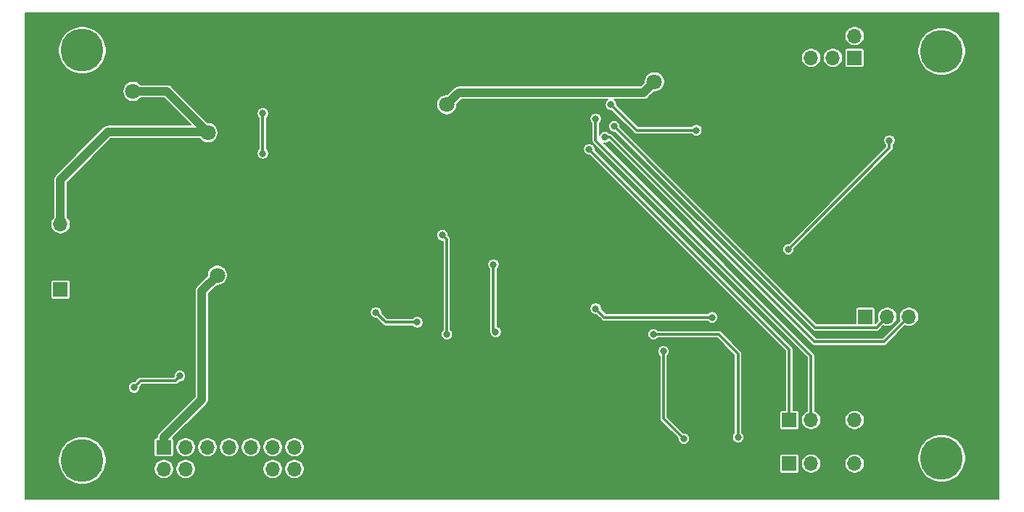
<source format=gbr>
%TF.GenerationSoftware,KiCad,Pcbnew,(5.1.9)-1*%
%TF.CreationDate,2021-07-21T07:35:28-05:00*%
%TF.ProjectId,SE_placa,53455f70-6c61-4636-912e-6b696361645f,A*%
%TF.SameCoordinates,Original*%
%TF.FileFunction,Copper,L2,Bot*%
%TF.FilePolarity,Positive*%
%FSLAX46Y46*%
G04 Gerber Fmt 4.6, Leading zero omitted, Abs format (unit mm)*
G04 Created by KiCad (PCBNEW (5.1.9)-1) date 2021-07-21 07:35:28*
%MOMM*%
%LPD*%
G01*
G04 APERTURE LIST*
%TA.AperFunction,ComponentPad*%
%ADD10O,1.700000X1.700000*%
%TD*%
%TA.AperFunction,ComponentPad*%
%ADD11R,1.700000X1.700000*%
%TD*%
%TA.AperFunction,ComponentPad*%
%ADD12C,5.000000*%
%TD*%
%TA.AperFunction,ViaPad*%
%ADD13C,0.800000*%
%TD*%
%TA.AperFunction,ViaPad*%
%ADD14C,1.800000*%
%TD*%
%TA.AperFunction,Conductor*%
%ADD15C,0.300000*%
%TD*%
%TA.AperFunction,Conductor*%
%ADD16C,0.250000*%
%TD*%
%TA.AperFunction,Conductor*%
%ADD17C,1.000000*%
%TD*%
%TA.AperFunction,Conductor*%
%ADD18C,0.400000*%
%TD*%
%TA.AperFunction,Conductor*%
%ADD19C,0.200000*%
%TD*%
%TA.AperFunction,Conductor*%
%ADD20C,0.100000*%
%TD*%
G04 APERTURE END LIST*
D10*
%TO.P,J3,14*%
%TO.N,/IO12*%
X140335000Y-72390000D03*
%TO.P,J3,13*%
%TO.N,/IO25*%
X140335000Y-69850000D03*
%TO.P,J3,12*%
%TO.N,/IO33*%
X137795000Y-72390000D03*
%TO.P,J3,11*%
%TO.N,/IO32*%
X137795000Y-69850000D03*
%TO.P,J3,10*%
%TO.N,GND*%
X135255000Y-72390000D03*
%TO.P,J3,9*%
%TO.N,/I35*%
X135255000Y-69850000D03*
%TO.P,J3,8*%
%TO.N,GND*%
X132715000Y-72390000D03*
%TO.P,J3,7*%
%TO.N,/I34*%
X132715000Y-69850000D03*
%TO.P,J3,6*%
%TO.N,GND*%
X130175000Y-72390000D03*
%TO.P,J3,5*%
%TO.N,/I39*%
X130175000Y-69850000D03*
%TO.P,J3,4*%
%TO.N,+3V3*%
X127635000Y-72390000D03*
%TO.P,J3,3*%
%TO.N,/I36*%
X127635000Y-69850000D03*
%TO.P,J3,2*%
%TO.N,+3V3*%
X125095000Y-72390000D03*
D11*
%TO.P,J3,1*%
X125095000Y-69850000D03*
%TD*%
D10*
%TO.P,J6,6*%
%TO.N,GND*%
X200660000Y-21844000D03*
%TO.P,J6,5*%
%TO.N,/L-DIO2*%
X200660000Y-24384000D03*
%TO.P,J6,4*%
%TO.N,GND*%
X203200000Y-21844000D03*
%TO.P,J6,3*%
%TO.N,/L-DIO1*%
X203200000Y-24384000D03*
%TO.P,J6,2*%
%TO.N,+3V3*%
X205740000Y-21844000D03*
D11*
%TO.P,J6,1*%
X205740000Y-24384000D03*
%TD*%
D10*
%TO.P,J4,4*%
%TO.N,+3V3*%
X205740000Y-66675000D03*
%TO.P,J4,3*%
%TO.N,GND*%
X203200000Y-66675000D03*
%TO.P,J4,2*%
%TO.N,/I2C-SCL*%
X200660000Y-66675000D03*
D11*
%TO.P,J4,1*%
%TO.N,/I2C-SDA*%
X198120000Y-66675000D03*
%TD*%
D10*
%TO.P,J8,4*%
%TO.N,GND*%
X214630000Y-54610000D03*
%TO.P,J8,3*%
%TO.N,/RXD0*%
X212090000Y-54610000D03*
%TO.P,J8,2*%
%TO.N,/TXD0*%
X209550000Y-54610000D03*
D11*
%TO.P,J8,1*%
%TO.N,+3V3*%
X207010000Y-54610000D03*
%TD*%
%TO.P,J1,1*%
%TO.N,+5V*%
X113030000Y-51435000D03*
D10*
%TO.P,J1,2*%
%TO.N,GND*%
X115570000Y-51435000D03*
%TD*%
D11*
%TO.P,J5,1*%
%TO.N,/I2C-SDA*%
X198120000Y-71755000D03*
D10*
%TO.P,J5,2*%
%TO.N,/I2C-SCL*%
X200660000Y-71755000D03*
%TO.P,J5,3*%
%TO.N,GND*%
X203200000Y-71755000D03*
%TO.P,J5,4*%
%TO.N,+3V3*%
X205740000Y-71755000D03*
%TD*%
%TO.P,J9,2*%
%TO.N,/cargador_regulador/BAT+*%
X113030000Y-43815000D03*
D11*
%TO.P,J9,1*%
%TO.N,GND*%
X115570000Y-43815000D03*
%TD*%
D12*
%TO.P,H1,1*%
%TO.N,N/C*%
X115570000Y-23495000D03*
%TD*%
%TO.P,H2,1*%
%TO.N,N/C*%
X215900000Y-23622000D03*
%TD*%
%TO.P,H3,1*%
%TO.N,N/C*%
X115570000Y-71374000D03*
%TD*%
%TO.P,H4,1*%
%TO.N,N/C*%
X215900000Y-71120000D03*
%TD*%
D13*
%TO.N,GND*%
X146812000Y-31750000D03*
X146812000Y-32766000D03*
X146812000Y-33782000D03*
X146812000Y-35052000D03*
X145288000Y-35052000D03*
X145288000Y-33782000D03*
X145288000Y-32766000D03*
X145288000Y-31750000D03*
X188722000Y-29718000D03*
X188722004Y-28702000D03*
X188722000Y-27686000D03*
X187197994Y-28702000D03*
X187198008Y-29718000D03*
X185674000Y-28702000D03*
X185674000Y-29718000D03*
X184150000Y-28702000D03*
X184150000Y-29718006D03*
X185674000Y-27686000D03*
X187198000Y-27686000D03*
X218440000Y-49530000D03*
X219710000Y-49530000D03*
X220726000Y-49530000D03*
X220726000Y-50800000D03*
X219710000Y-50800000D03*
X218440000Y-50800000D03*
X217170000Y-50800000D03*
X217170000Y-52070000D03*
X218440000Y-52070000D03*
X219710000Y-52070000D03*
X220726000Y-52070000D03*
X217297000Y-49530000D03*
X146304000Y-65532000D03*
X145034000Y-65532000D03*
X143510000Y-65532000D03*
X143510000Y-64262000D03*
X145034000Y-64262000D03*
X146304000Y-64262000D03*
X146304000Y-62738000D03*
X145034000Y-62738000D03*
X143510000Y-62738000D03*
X143510000Y-61468000D03*
X145034000Y-61468000D03*
X146304000Y-61468000D03*
X116078000Y-65024000D03*
X114554000Y-65024000D03*
X112776000Y-65024000D03*
X111252000Y-65024000D03*
X111252000Y-63754000D03*
X112776000Y-63754000D03*
X114554000Y-63754000D03*
X116078000Y-63754000D03*
X116078000Y-62230000D03*
X114554000Y-62230000D03*
X112776000Y-62230000D03*
X111252000Y-62230000D03*
X111252000Y-60452000D03*
X112776000Y-60452000D03*
X114554000Y-60452000D03*
X181102000Y-44704000D03*
X116039900Y-60464700D03*
X178485802Y-44704000D03*
X179908199Y-44704000D03*
X178460400Y-45847000D03*
X179933600Y-45897800D03*
X181102000Y-45897800D03*
X154500000Y-74500000D03*
X153000000Y-74500000D03*
X151500000Y-74500000D03*
X150000000Y-74500000D03*
X148500000Y-74500000D03*
X148500000Y-73000000D03*
X150000000Y-73000000D03*
X151500000Y-73000000D03*
X153000000Y-73000000D03*
X154500000Y-73000000D03*
X154500000Y-71500000D03*
X153000000Y-71500000D03*
X151500000Y-71500000D03*
X150000000Y-71500000D03*
X146304000Y-59944000D03*
X145034000Y-59944000D03*
X143510000Y-59944000D03*
X143510000Y-58674000D03*
X145034000Y-58674000D03*
X146304000Y-58674000D03*
X147574000Y-58674000D03*
X149098000Y-58674000D03*
X149098000Y-57404000D03*
X147574000Y-57404000D03*
X146304000Y-57404000D03*
X145034000Y-57404000D03*
X143510000Y-57404000D03*
X143510000Y-56134000D03*
X145034000Y-56134000D03*
X146304000Y-56134000D03*
X149098000Y-56134000D03*
X147574000Y-56134000D03*
X210820000Y-58420000D03*
X212344000Y-58420000D03*
X213868000Y-58420000D03*
X215392000Y-58420000D03*
X216916000Y-58420000D03*
X218440000Y-58420000D03*
X219964000Y-58420000D03*
X221488000Y-58420000D03*
X221488000Y-59944000D03*
X219964000Y-59944000D03*
X218440000Y-59944000D03*
X216916000Y-59944000D03*
X215392000Y-59944000D03*
X213868000Y-59944000D03*
X212344000Y-59944000D03*
X210820000Y-59944000D03*
X210820000Y-61468000D03*
X212344000Y-61468000D03*
X213868000Y-61468000D03*
X215392000Y-61468000D03*
X216916000Y-61468000D03*
X218440000Y-61468000D03*
X219964000Y-61468000D03*
X221488000Y-61468000D03*
X221488000Y-62992000D03*
X219964000Y-62992000D03*
X218440000Y-62992000D03*
X216916000Y-62992000D03*
X215392000Y-62992000D03*
X213868000Y-62992000D03*
X212344000Y-62992000D03*
X210820000Y-62992000D03*
X210820000Y-64516000D03*
X212344000Y-64516000D03*
X213868000Y-64516000D03*
X215392000Y-64516000D03*
X216916000Y-64516000D03*
X218440000Y-64516000D03*
X219964000Y-64516000D03*
X221488000Y-64516000D03*
X221488000Y-66040000D03*
X219964000Y-66040000D03*
X218440000Y-66040000D03*
X216916000Y-66040000D03*
X215392000Y-66040000D03*
X213868000Y-66040000D03*
X212344000Y-66040000D03*
X210820000Y-66040000D03*
X174752000Y-25908000D03*
X176276000Y-25908000D03*
X177800000Y-25908000D03*
X179324000Y-25908000D03*
X180848000Y-25908000D03*
X182372000Y-24384000D03*
X180848000Y-24384000D03*
X179324000Y-24384000D03*
X177800000Y-24384000D03*
X176276000Y-24384000D03*
X174752000Y-24384000D03*
X174752000Y-22860000D03*
X176276000Y-22860000D03*
X177800000Y-22860000D03*
X179324000Y-22860000D03*
X180848000Y-22860000D03*
X182880000Y-22860000D03*
X184404000Y-21336000D03*
X182372000Y-21336000D03*
X180848000Y-21336000D03*
X179324000Y-21336000D03*
X177800000Y-21336000D03*
X176276000Y-21336000D03*
X174752000Y-21336000D03*
X172212000Y-57912000D03*
X173736000Y-57912000D03*
X175260000Y-57912000D03*
X175260000Y-56388000D03*
X173736000Y-56388000D03*
X172212000Y-56388000D03*
X175260000Y-67056000D03*
X172212000Y-60960000D03*
X173736000Y-60960000D03*
X173736000Y-67056000D03*
X172212000Y-65532000D03*
X175260000Y-65532000D03*
X173736000Y-65532000D03*
X172212000Y-67056000D03*
X175260000Y-64008000D03*
X175260000Y-59436000D03*
X172212000Y-59436000D03*
X173736000Y-62484000D03*
X175260000Y-62484000D03*
X173736000Y-64008000D03*
X172212000Y-62484000D03*
X172212000Y-64008000D03*
X175260000Y-60960000D03*
X173736000Y-59436000D03*
X130556000Y-22352000D03*
X129032000Y-22352000D03*
X127508000Y-22352000D03*
X125984000Y-22352000D03*
X124460000Y-22352000D03*
X122936000Y-22352000D03*
X121412000Y-22352000D03*
X121412000Y-23876000D03*
X122936000Y-23876000D03*
X124460000Y-23876000D03*
X125984000Y-23876000D03*
X127508000Y-23876000D03*
X129032000Y-23876000D03*
X130556000Y-23876000D03*
X130556000Y-25400000D03*
X129032000Y-25400000D03*
X127508000Y-25400000D03*
X125984000Y-25400000D03*
X124460000Y-25400000D03*
X122936000Y-25400000D03*
X121412000Y-25400000D03*
D14*
%TO.N,+3V3*%
X158115000Y-29845000D03*
X182372000Y-27178000D03*
X131343400Y-49758600D03*
D13*
%TO.N,/SPI2-MISO*%
X158136527Y-56657010D03*
X157601990Y-45080000D03*
%TO.N,/SPI2-SCK*%
X149860000Y-54102000D03*
X154686010Y-55245000D03*
%TO.N,/SPI2-MOSI*%
X163575994Y-48514000D03*
X163830006Y-56388000D03*
%TO.N,/RXD0*%
X176593500Y-33650000D03*
%TO.N,/TXD0*%
X177673000Y-32385000D03*
%TO.N,/I2C-SCL*%
X175514000Y-31496000D03*
%TO.N,/I2C-SDA*%
X174752002Y-35052000D03*
%TO.N,Net-(Q1-Pad3)*%
X185801000Y-68834000D03*
X183420005Y-58641987D03*
%TO.N,Net-(Q2-Pad3)*%
X192135000Y-68691000D03*
X182245000Y-56642000D03*
%TO.N,Net-(U1-Pad37)*%
X177292002Y-29845000D03*
X187261500Y-32829500D03*
%TO.N,Net-(U1-Pad23)*%
X189103000Y-54673500D03*
X175514000Y-53657500D03*
X197993000Y-46736000D03*
X209804004Y-34036000D03*
%TO.N,Net-(C9-Pad1)*%
X121615200Y-62865000D03*
X126974600Y-61518800D03*
D14*
%TO.N,/cargador_regulador/BAT+*%
X130251200Y-33121600D03*
X121488200Y-28295600D03*
D13*
%TO.N,/cargador_regulador/FB*%
X136652000Y-30861000D03*
X136652000Y-35534600D03*
%TD*%
D15*
%TO.N,GND*%
X146812000Y-31750000D02*
X146812000Y-32766000D01*
X146812000Y-34544000D02*
X146812000Y-35052000D01*
X146812000Y-33782000D02*
X146812000Y-34544000D01*
X145288000Y-35052000D02*
X145288000Y-33782000D01*
X145288000Y-32766000D02*
X145288000Y-31750000D01*
X186944000Y-27686000D02*
X186944000Y-27686000D01*
X188722004Y-28702000D02*
X187197994Y-28702000D01*
X188722000Y-29718000D02*
X187198008Y-29718000D01*
X185674000Y-28702000D02*
X184150000Y-28702000D01*
X185674000Y-29718000D02*
X184150006Y-29718000D01*
X184150006Y-29718000D02*
X184150000Y-29718006D01*
X188722000Y-27686000D02*
X187198000Y-27686000D01*
X219710000Y-49530000D02*
X220726000Y-49530000D01*
X220726000Y-50800000D02*
X219710000Y-50800000D01*
X218440000Y-50800000D02*
X217170000Y-50800000D01*
X217170000Y-52070000D02*
X218440000Y-52070000D01*
X219710000Y-52070000D02*
X220726000Y-52070000D01*
X218440000Y-49530000D02*
X217297000Y-49530000D01*
X146304000Y-65532000D02*
X145034000Y-65532000D01*
X143510000Y-65532000D02*
X143510000Y-64262000D01*
X145034000Y-64262000D02*
X146304000Y-64262000D01*
X146304000Y-62738000D02*
X145034000Y-62738000D01*
X143510000Y-62738000D02*
X143510000Y-61468000D01*
X145034000Y-61468000D02*
X146304000Y-61468000D01*
X116078000Y-65024000D02*
X114554000Y-65024000D01*
X112776000Y-65024000D02*
X111252000Y-65024000D01*
X111252000Y-63754000D02*
X112776000Y-63754000D01*
X114554000Y-63754000D02*
X116078000Y-63754000D01*
X116078000Y-62230000D02*
X114554000Y-62230000D01*
X112776000Y-62230000D02*
X111252000Y-62230000D01*
X111252000Y-60452000D02*
X112776000Y-60452000D01*
X114554000Y-60452000D02*
X116027200Y-60452000D01*
X116027200Y-60452000D02*
X116039900Y-60464700D01*
X181102000Y-44704000D02*
X179908199Y-44704000D01*
X178485802Y-45821598D02*
X178460400Y-45847000D01*
X178485802Y-44704000D02*
X178485802Y-45821598D01*
X179933600Y-45897800D02*
X181102000Y-45897800D01*
D16*
X153000000Y-74500000D02*
X151500000Y-74500000D01*
X150000000Y-74500000D02*
X148500000Y-74500000D01*
X148500000Y-73000000D02*
X150000000Y-73000000D01*
X151500000Y-73000000D02*
X153000000Y-73000000D01*
X154500000Y-73000000D02*
X154500000Y-71500000D01*
X153000000Y-71500000D02*
X151500000Y-71500000D01*
X146304000Y-59944000D02*
X145034000Y-59944000D01*
X143510000Y-59944000D02*
X143510000Y-58674000D01*
X145034000Y-58674000D02*
X146304000Y-58674000D01*
X147574000Y-58674000D02*
X149098000Y-58674000D01*
X149098000Y-57404000D02*
X147574000Y-57404000D01*
X146304000Y-57404000D02*
X145034000Y-57404000D01*
X143510000Y-57404000D02*
X143510000Y-56134000D01*
X145034000Y-56134000D02*
X146304000Y-56134000D01*
X149098000Y-56134000D02*
X147574000Y-56134000D01*
D15*
X214630000Y-54610000D02*
X210820000Y-58420000D01*
X212344000Y-58420000D02*
X213868000Y-58420000D01*
X215392000Y-58420000D02*
X216916000Y-58420000D01*
X218440000Y-58420000D02*
X219964000Y-58420000D01*
X221488000Y-58420000D02*
X221488000Y-59944000D01*
X219964000Y-59944000D02*
X218440000Y-59944000D01*
X216916000Y-59944000D02*
X215392000Y-59944000D01*
X213868000Y-59944000D02*
X212344000Y-59944000D01*
X210820000Y-59944000D02*
X210820000Y-61468000D01*
X212344000Y-61468000D02*
X213868000Y-61468000D01*
X215392000Y-61468000D02*
X216916000Y-61468000D01*
X218440000Y-61468000D02*
X219964000Y-61468000D01*
X221488000Y-61468000D02*
X221488000Y-62992000D01*
X219964000Y-62992000D02*
X218440000Y-62992000D01*
X216916000Y-62992000D02*
X215392000Y-62992000D01*
X213868000Y-62992000D02*
X212344000Y-62992000D01*
X210820000Y-62992000D02*
X210820000Y-64516000D01*
X212344000Y-64516000D02*
X213868000Y-64516000D01*
X215392000Y-64516000D02*
X216916000Y-64516000D01*
X218440000Y-64516000D02*
X219964000Y-64516000D01*
X221488000Y-64516000D02*
X221488000Y-66040000D01*
X219964000Y-66040000D02*
X218440000Y-66040000D01*
X216916000Y-66040000D02*
X215392000Y-66040000D01*
X213868000Y-66040000D02*
X212344000Y-66040000D01*
X174752000Y-25908000D02*
X176276000Y-25908000D01*
X177800000Y-25908000D02*
X179324000Y-25908000D01*
X180848000Y-25908000D02*
X182372000Y-24384000D01*
X180848000Y-24384000D02*
X179324000Y-24384000D01*
X177800000Y-24384000D02*
X176276000Y-24384000D01*
X174752000Y-24384000D02*
X174752000Y-22860000D01*
X176276000Y-22860000D02*
X177800000Y-22860000D01*
X179324000Y-22860000D02*
X180848000Y-22860000D01*
X182880000Y-22860000D02*
X184404000Y-21336000D01*
X182372000Y-21336000D02*
X180848000Y-21336000D01*
X179324000Y-21336000D02*
X177800000Y-21336000D01*
X176276000Y-21336000D02*
X174752000Y-21336000D01*
X175260000Y-67056000D02*
X173736000Y-67056000D01*
X172212000Y-67056000D02*
X172212000Y-65532000D01*
X173736000Y-65532000D02*
X175260000Y-65532000D01*
X175260000Y-64008000D02*
X173736000Y-64008000D01*
X173736000Y-62484000D02*
X175260000Y-62484000D01*
X172212000Y-64008000D02*
X172212000Y-62484000D01*
X175260000Y-60960000D02*
X173736000Y-60960000D01*
X172212000Y-60960000D02*
X172212000Y-59436000D01*
X173736000Y-59436000D02*
X175260000Y-59436000D01*
X175260000Y-57912000D02*
X173736000Y-57912000D01*
X172212000Y-57912000D02*
X172212000Y-56388000D01*
X173736000Y-56388000D02*
X175260000Y-56388000D01*
X130556000Y-22352000D02*
X129032000Y-22352000D01*
X127508000Y-22352000D02*
X125984000Y-22352000D01*
X124460000Y-22352000D02*
X122936000Y-22352000D01*
X121412000Y-22352000D02*
X121412000Y-23876000D01*
X122936000Y-23876000D02*
X124460000Y-23876000D01*
X125984000Y-23876000D02*
X127508000Y-23876000D01*
X129032000Y-23876000D02*
X130556000Y-23876000D01*
X130556000Y-25400000D02*
X129032000Y-25400000D01*
X127508000Y-25400000D02*
X125984000Y-25400000D01*
X124460000Y-25400000D02*
X122936000Y-25400000D01*
D17*
%TO.N,+3V3*%
X158115000Y-29845000D02*
X158115000Y-29845000D01*
X158115000Y-29845000D02*
X159327850Y-28632150D01*
X181102000Y-28448000D02*
X182372000Y-27178000D01*
X159575500Y-28448000D02*
X181102000Y-28448000D01*
X159448500Y-28575000D02*
X159575500Y-28448000D01*
X125095000Y-68707000D02*
X125095000Y-69850000D01*
X129540000Y-64262000D02*
X125095000Y-68707000D01*
X129540000Y-51562000D02*
X129540000Y-64262000D01*
X131343400Y-49758600D02*
X129540000Y-51562000D01*
D18*
%TO.N,/SPI2-MISO*%
X158115000Y-56635483D02*
X158136527Y-56657010D01*
D15*
X158115000Y-45593000D02*
X158115000Y-56635483D01*
X157601995Y-45079995D02*
X158115000Y-45593000D01*
%TO.N,/SPI2-SCK*%
X151003000Y-55245000D02*
X149860000Y-54102000D01*
X154686010Y-55245000D02*
X151003000Y-55245000D01*
%TO.N,/SPI2-MOSI*%
X163576000Y-48514000D02*
X163575994Y-48514000D01*
X163575994Y-48514000D02*
X163575994Y-56133988D01*
D18*
X163575994Y-56133988D02*
X163830006Y-56388000D01*
D15*
%TO.N,/RXD0*%
X177194250Y-33650000D02*
X176593500Y-33650000D01*
X201075250Y-57531000D02*
X177194250Y-33650000D01*
X209169000Y-57531000D02*
X201075250Y-57531000D01*
X212090000Y-54610000D02*
X209169000Y-57531000D01*
%TO.N,/TXD0*%
X208299999Y-55860001D02*
X201148001Y-55860001D01*
X209550000Y-54610000D02*
X208299999Y-55860001D01*
X201148001Y-55860001D02*
X177673000Y-32385000D01*
%TO.N,/I2C-SCL*%
X200660000Y-59182000D02*
X175514000Y-34036000D01*
X200660000Y-66675000D02*
X200660000Y-59182000D01*
X175514000Y-34036000D02*
X175514000Y-31496000D01*
%TO.N,/I2C-SDA*%
X198120000Y-66675000D02*
X198120000Y-58419998D01*
X198120000Y-58419998D02*
X174752002Y-35052000D01*
%TO.N,Net-(Q1-Pad3)*%
X185801000Y-68834000D02*
X183420005Y-66453005D01*
X183420005Y-66453005D02*
X183420005Y-58641987D01*
%TO.N,Net-(Q2-Pad3)*%
X192135000Y-68691000D02*
X192135000Y-58912000D01*
X192135000Y-58912000D02*
X189865000Y-56642000D01*
X189865000Y-56642000D02*
X182245000Y-56642000D01*
%TO.N,Net-(U1-Pad37)*%
X180276502Y-32829500D02*
X187261500Y-32829500D01*
X177292002Y-29845000D02*
X180276502Y-32829500D01*
%TO.N,Net-(U1-Pad23)*%
X189103000Y-54673500D02*
X176530000Y-54673500D01*
X176530000Y-54673500D02*
X175514000Y-53657500D01*
D18*
X197993000Y-46735987D02*
X197993000Y-46736000D01*
D15*
X209804004Y-34924983D02*
X209804004Y-34036000D01*
X197993000Y-46735987D02*
X209804004Y-34924983D01*
%TO.N,Net-(C9-Pad1)*%
X122402600Y-62077600D02*
X121615200Y-62865000D01*
X126415800Y-62077600D02*
X122402600Y-62077600D01*
X126974600Y-61518800D02*
X126415800Y-62077600D01*
D17*
%TO.N,/cargador_regulador/BAT+*%
X130149785Y-33020185D02*
X130251200Y-33121600D01*
X118617815Y-33020185D02*
X130149785Y-33020185D01*
X113030000Y-38608000D02*
X118617815Y-33020185D01*
X113030000Y-43815000D02*
X113030000Y-38608000D01*
X125425200Y-28295600D02*
X121488200Y-28295600D01*
X130251200Y-33121600D02*
X125425200Y-28295600D01*
D15*
%TO.N,/cargador_regulador/FB*%
X136652000Y-30861000D02*
X136652000Y-35534600D01*
%TD*%
D19*
%TO.N,GND*%
X222560000Y-75875000D02*
X108910000Y-75875000D01*
X108910000Y-71098224D01*
X112770000Y-71098224D01*
X112770000Y-71649776D01*
X112877602Y-72190730D01*
X113088672Y-72700297D01*
X113395098Y-73158896D01*
X113785104Y-73548902D01*
X114243703Y-73855328D01*
X114753270Y-74066398D01*
X115294224Y-74174000D01*
X115845776Y-74174000D01*
X116386730Y-74066398D01*
X116896297Y-73855328D01*
X117354896Y-73548902D01*
X117744902Y-73158896D01*
X118051328Y-72700297D01*
X118226773Y-72276735D01*
X123945000Y-72276735D01*
X123945000Y-72503265D01*
X123989194Y-72725443D01*
X124075884Y-72934729D01*
X124201737Y-73123082D01*
X124361918Y-73283263D01*
X124550271Y-73409116D01*
X124759557Y-73495806D01*
X124981735Y-73540000D01*
X125208265Y-73540000D01*
X125430443Y-73495806D01*
X125639729Y-73409116D01*
X125828082Y-73283263D01*
X125988263Y-73123082D01*
X126114116Y-72934729D01*
X126200806Y-72725443D01*
X126245000Y-72503265D01*
X126245000Y-72276735D01*
X126485000Y-72276735D01*
X126485000Y-72503265D01*
X126529194Y-72725443D01*
X126615884Y-72934729D01*
X126741737Y-73123082D01*
X126901918Y-73283263D01*
X127090271Y-73409116D01*
X127299557Y-73495806D01*
X127521735Y-73540000D01*
X127748265Y-73540000D01*
X127970443Y-73495806D01*
X128179729Y-73409116D01*
X128368082Y-73283263D01*
X128528263Y-73123082D01*
X128654116Y-72934729D01*
X128740806Y-72725443D01*
X128785000Y-72503265D01*
X128785000Y-72276735D01*
X136645000Y-72276735D01*
X136645000Y-72503265D01*
X136689194Y-72725443D01*
X136775884Y-72934729D01*
X136901737Y-73123082D01*
X137061918Y-73283263D01*
X137250271Y-73409116D01*
X137459557Y-73495806D01*
X137681735Y-73540000D01*
X137908265Y-73540000D01*
X138130443Y-73495806D01*
X138339729Y-73409116D01*
X138528082Y-73283263D01*
X138688263Y-73123082D01*
X138814116Y-72934729D01*
X138900806Y-72725443D01*
X138945000Y-72503265D01*
X138945000Y-72276735D01*
X139185000Y-72276735D01*
X139185000Y-72503265D01*
X139229194Y-72725443D01*
X139315884Y-72934729D01*
X139441737Y-73123082D01*
X139601918Y-73283263D01*
X139790271Y-73409116D01*
X139999557Y-73495806D01*
X140221735Y-73540000D01*
X140448265Y-73540000D01*
X140670443Y-73495806D01*
X140879729Y-73409116D01*
X141068082Y-73283263D01*
X141228263Y-73123082D01*
X141354116Y-72934729D01*
X141440806Y-72725443D01*
X141485000Y-72503265D01*
X141485000Y-72276735D01*
X141440806Y-72054557D01*
X141354116Y-71845271D01*
X141228263Y-71656918D01*
X141068082Y-71496737D01*
X140879729Y-71370884D01*
X140670443Y-71284194D01*
X140448265Y-71240000D01*
X140221735Y-71240000D01*
X139999557Y-71284194D01*
X139790271Y-71370884D01*
X139601918Y-71496737D01*
X139441737Y-71656918D01*
X139315884Y-71845271D01*
X139229194Y-72054557D01*
X139185000Y-72276735D01*
X138945000Y-72276735D01*
X138900806Y-72054557D01*
X138814116Y-71845271D01*
X138688263Y-71656918D01*
X138528082Y-71496737D01*
X138339729Y-71370884D01*
X138130443Y-71284194D01*
X137908265Y-71240000D01*
X137681735Y-71240000D01*
X137459557Y-71284194D01*
X137250271Y-71370884D01*
X137061918Y-71496737D01*
X136901737Y-71656918D01*
X136775884Y-71845271D01*
X136689194Y-72054557D01*
X136645000Y-72276735D01*
X128785000Y-72276735D01*
X128740806Y-72054557D01*
X128654116Y-71845271D01*
X128528263Y-71656918D01*
X128368082Y-71496737D01*
X128179729Y-71370884D01*
X127970443Y-71284194D01*
X127748265Y-71240000D01*
X127521735Y-71240000D01*
X127299557Y-71284194D01*
X127090271Y-71370884D01*
X126901918Y-71496737D01*
X126741737Y-71656918D01*
X126615884Y-71845271D01*
X126529194Y-72054557D01*
X126485000Y-72276735D01*
X126245000Y-72276735D01*
X126200806Y-72054557D01*
X126114116Y-71845271D01*
X125988263Y-71656918D01*
X125828082Y-71496737D01*
X125639729Y-71370884D01*
X125430443Y-71284194D01*
X125208265Y-71240000D01*
X124981735Y-71240000D01*
X124759557Y-71284194D01*
X124550271Y-71370884D01*
X124361918Y-71496737D01*
X124201737Y-71656918D01*
X124075884Y-71845271D01*
X123989194Y-72054557D01*
X123945000Y-72276735D01*
X118226773Y-72276735D01*
X118262398Y-72190730D01*
X118370000Y-71649776D01*
X118370000Y-71098224D01*
X118262398Y-70557270D01*
X118051328Y-70047703D01*
X117744902Y-69589104D01*
X117354896Y-69199098D01*
X117056925Y-69000000D01*
X123943549Y-69000000D01*
X123943549Y-70700000D01*
X123949341Y-70758810D01*
X123966496Y-70815360D01*
X123994353Y-70867477D01*
X124031842Y-70913158D01*
X124077523Y-70950647D01*
X124129640Y-70978504D01*
X124186190Y-70995659D01*
X124245000Y-71001451D01*
X125945000Y-71001451D01*
X126003810Y-70995659D01*
X126060360Y-70978504D01*
X126112477Y-70950647D01*
X126158158Y-70913158D01*
X126195647Y-70867477D01*
X126223504Y-70815360D01*
X126240659Y-70758810D01*
X126246451Y-70700000D01*
X126246451Y-69736735D01*
X126485000Y-69736735D01*
X126485000Y-69963265D01*
X126529194Y-70185443D01*
X126615884Y-70394729D01*
X126741737Y-70583082D01*
X126901918Y-70743263D01*
X127090271Y-70869116D01*
X127299557Y-70955806D01*
X127521735Y-71000000D01*
X127748265Y-71000000D01*
X127970443Y-70955806D01*
X128179729Y-70869116D01*
X128368082Y-70743263D01*
X128528263Y-70583082D01*
X128654116Y-70394729D01*
X128740806Y-70185443D01*
X128785000Y-69963265D01*
X128785000Y-69736735D01*
X129025000Y-69736735D01*
X129025000Y-69963265D01*
X129069194Y-70185443D01*
X129155884Y-70394729D01*
X129281737Y-70583082D01*
X129441918Y-70743263D01*
X129630271Y-70869116D01*
X129839557Y-70955806D01*
X130061735Y-71000000D01*
X130288265Y-71000000D01*
X130510443Y-70955806D01*
X130719729Y-70869116D01*
X130908082Y-70743263D01*
X131068263Y-70583082D01*
X131194116Y-70394729D01*
X131280806Y-70185443D01*
X131325000Y-69963265D01*
X131325000Y-69736735D01*
X131565000Y-69736735D01*
X131565000Y-69963265D01*
X131609194Y-70185443D01*
X131695884Y-70394729D01*
X131821737Y-70583082D01*
X131981918Y-70743263D01*
X132170271Y-70869116D01*
X132379557Y-70955806D01*
X132601735Y-71000000D01*
X132828265Y-71000000D01*
X133050443Y-70955806D01*
X133259729Y-70869116D01*
X133448082Y-70743263D01*
X133608263Y-70583082D01*
X133734116Y-70394729D01*
X133820806Y-70185443D01*
X133865000Y-69963265D01*
X133865000Y-69736735D01*
X134105000Y-69736735D01*
X134105000Y-69963265D01*
X134149194Y-70185443D01*
X134235884Y-70394729D01*
X134361737Y-70583082D01*
X134521918Y-70743263D01*
X134710271Y-70869116D01*
X134919557Y-70955806D01*
X135141735Y-71000000D01*
X135368265Y-71000000D01*
X135590443Y-70955806D01*
X135799729Y-70869116D01*
X135988082Y-70743263D01*
X136148263Y-70583082D01*
X136274116Y-70394729D01*
X136360806Y-70185443D01*
X136405000Y-69963265D01*
X136405000Y-69736735D01*
X136645000Y-69736735D01*
X136645000Y-69963265D01*
X136689194Y-70185443D01*
X136775884Y-70394729D01*
X136901737Y-70583082D01*
X137061918Y-70743263D01*
X137250271Y-70869116D01*
X137459557Y-70955806D01*
X137681735Y-71000000D01*
X137908265Y-71000000D01*
X138130443Y-70955806D01*
X138339729Y-70869116D01*
X138528082Y-70743263D01*
X138688263Y-70583082D01*
X138814116Y-70394729D01*
X138900806Y-70185443D01*
X138945000Y-69963265D01*
X138945000Y-69736735D01*
X139185000Y-69736735D01*
X139185000Y-69963265D01*
X139229194Y-70185443D01*
X139315884Y-70394729D01*
X139441737Y-70583082D01*
X139601918Y-70743263D01*
X139790271Y-70869116D01*
X139999557Y-70955806D01*
X140221735Y-71000000D01*
X140448265Y-71000000D01*
X140670443Y-70955806D01*
X140793098Y-70905000D01*
X196968549Y-70905000D01*
X196968549Y-72605000D01*
X196974341Y-72663810D01*
X196991496Y-72720360D01*
X197019353Y-72772477D01*
X197056842Y-72818158D01*
X197102523Y-72855647D01*
X197154640Y-72883504D01*
X197211190Y-72900659D01*
X197270000Y-72906451D01*
X198970000Y-72906451D01*
X199028810Y-72900659D01*
X199085360Y-72883504D01*
X199137477Y-72855647D01*
X199183158Y-72818158D01*
X199220647Y-72772477D01*
X199248504Y-72720360D01*
X199265659Y-72663810D01*
X199271451Y-72605000D01*
X199271451Y-71641735D01*
X199510000Y-71641735D01*
X199510000Y-71868265D01*
X199554194Y-72090443D01*
X199640884Y-72299729D01*
X199766737Y-72488082D01*
X199926918Y-72648263D01*
X200115271Y-72774116D01*
X200324557Y-72860806D01*
X200546735Y-72905000D01*
X200773265Y-72905000D01*
X200995443Y-72860806D01*
X201204729Y-72774116D01*
X201393082Y-72648263D01*
X201553263Y-72488082D01*
X201679116Y-72299729D01*
X201765806Y-72090443D01*
X201810000Y-71868265D01*
X201810000Y-71641735D01*
X204590000Y-71641735D01*
X204590000Y-71868265D01*
X204634194Y-72090443D01*
X204720884Y-72299729D01*
X204846737Y-72488082D01*
X205006918Y-72648263D01*
X205195271Y-72774116D01*
X205404557Y-72860806D01*
X205626735Y-72905000D01*
X205853265Y-72905000D01*
X206075443Y-72860806D01*
X206284729Y-72774116D01*
X206473082Y-72648263D01*
X206633263Y-72488082D01*
X206759116Y-72299729D01*
X206845806Y-72090443D01*
X206890000Y-71868265D01*
X206890000Y-71641735D01*
X206845806Y-71419557D01*
X206759116Y-71210271D01*
X206633263Y-71021918D01*
X206473082Y-70861737D01*
X206446872Y-70844224D01*
X213100000Y-70844224D01*
X213100000Y-71395776D01*
X213207602Y-71936730D01*
X213418672Y-72446297D01*
X213725098Y-72904896D01*
X214115104Y-73294902D01*
X214573703Y-73601328D01*
X215083270Y-73812398D01*
X215624224Y-73920000D01*
X216175776Y-73920000D01*
X216716730Y-73812398D01*
X217226297Y-73601328D01*
X217684896Y-73294902D01*
X218074902Y-72904896D01*
X218381328Y-72446297D01*
X218592398Y-71936730D01*
X218700000Y-71395776D01*
X218700000Y-70844224D01*
X218592398Y-70303270D01*
X218381328Y-69793703D01*
X218074902Y-69335104D01*
X217684896Y-68945098D01*
X217226297Y-68638672D01*
X216716730Y-68427602D01*
X216175776Y-68320000D01*
X215624224Y-68320000D01*
X215083270Y-68427602D01*
X214573703Y-68638672D01*
X214115104Y-68945098D01*
X213725098Y-69335104D01*
X213418672Y-69793703D01*
X213207602Y-70303270D01*
X213100000Y-70844224D01*
X206446872Y-70844224D01*
X206284729Y-70735884D01*
X206075443Y-70649194D01*
X205853265Y-70605000D01*
X205626735Y-70605000D01*
X205404557Y-70649194D01*
X205195271Y-70735884D01*
X205006918Y-70861737D01*
X204846737Y-71021918D01*
X204720884Y-71210271D01*
X204634194Y-71419557D01*
X204590000Y-71641735D01*
X201810000Y-71641735D01*
X201765806Y-71419557D01*
X201679116Y-71210271D01*
X201553263Y-71021918D01*
X201393082Y-70861737D01*
X201204729Y-70735884D01*
X200995443Y-70649194D01*
X200773265Y-70605000D01*
X200546735Y-70605000D01*
X200324557Y-70649194D01*
X200115271Y-70735884D01*
X199926918Y-70861737D01*
X199766737Y-71021918D01*
X199640884Y-71210271D01*
X199554194Y-71419557D01*
X199510000Y-71641735D01*
X199271451Y-71641735D01*
X199271451Y-70905000D01*
X199265659Y-70846190D01*
X199248504Y-70789640D01*
X199220647Y-70737523D01*
X199183158Y-70691842D01*
X199137477Y-70654353D01*
X199085360Y-70626496D01*
X199028810Y-70609341D01*
X198970000Y-70603549D01*
X197270000Y-70603549D01*
X197211190Y-70609341D01*
X197154640Y-70626496D01*
X197102523Y-70654353D01*
X197056842Y-70691842D01*
X197019353Y-70737523D01*
X196991496Y-70789640D01*
X196974341Y-70846190D01*
X196968549Y-70905000D01*
X140793098Y-70905000D01*
X140879729Y-70869116D01*
X141068082Y-70743263D01*
X141228263Y-70583082D01*
X141354116Y-70394729D01*
X141440806Y-70185443D01*
X141485000Y-69963265D01*
X141485000Y-69736735D01*
X141440806Y-69514557D01*
X141354116Y-69305271D01*
X141228263Y-69116918D01*
X141068082Y-68956737D01*
X140879729Y-68830884D01*
X140670443Y-68744194D01*
X140448265Y-68700000D01*
X140221735Y-68700000D01*
X139999557Y-68744194D01*
X139790271Y-68830884D01*
X139601918Y-68956737D01*
X139441737Y-69116918D01*
X139315884Y-69305271D01*
X139229194Y-69514557D01*
X139185000Y-69736735D01*
X138945000Y-69736735D01*
X138900806Y-69514557D01*
X138814116Y-69305271D01*
X138688263Y-69116918D01*
X138528082Y-68956737D01*
X138339729Y-68830884D01*
X138130443Y-68744194D01*
X137908265Y-68700000D01*
X137681735Y-68700000D01*
X137459557Y-68744194D01*
X137250271Y-68830884D01*
X137061918Y-68956737D01*
X136901737Y-69116918D01*
X136775884Y-69305271D01*
X136689194Y-69514557D01*
X136645000Y-69736735D01*
X136405000Y-69736735D01*
X136360806Y-69514557D01*
X136274116Y-69305271D01*
X136148263Y-69116918D01*
X135988082Y-68956737D01*
X135799729Y-68830884D01*
X135590443Y-68744194D01*
X135368265Y-68700000D01*
X135141735Y-68700000D01*
X134919557Y-68744194D01*
X134710271Y-68830884D01*
X134521918Y-68956737D01*
X134361737Y-69116918D01*
X134235884Y-69305271D01*
X134149194Y-69514557D01*
X134105000Y-69736735D01*
X133865000Y-69736735D01*
X133820806Y-69514557D01*
X133734116Y-69305271D01*
X133608263Y-69116918D01*
X133448082Y-68956737D01*
X133259729Y-68830884D01*
X133050443Y-68744194D01*
X132828265Y-68700000D01*
X132601735Y-68700000D01*
X132379557Y-68744194D01*
X132170271Y-68830884D01*
X131981918Y-68956737D01*
X131821737Y-69116918D01*
X131695884Y-69305271D01*
X131609194Y-69514557D01*
X131565000Y-69736735D01*
X131325000Y-69736735D01*
X131280806Y-69514557D01*
X131194116Y-69305271D01*
X131068263Y-69116918D01*
X130908082Y-68956737D01*
X130719729Y-68830884D01*
X130510443Y-68744194D01*
X130288265Y-68700000D01*
X130061735Y-68700000D01*
X129839557Y-68744194D01*
X129630271Y-68830884D01*
X129441918Y-68956737D01*
X129281737Y-69116918D01*
X129155884Y-69305271D01*
X129069194Y-69514557D01*
X129025000Y-69736735D01*
X128785000Y-69736735D01*
X128740806Y-69514557D01*
X128654116Y-69305271D01*
X128528263Y-69116918D01*
X128368082Y-68956737D01*
X128179729Y-68830884D01*
X127970443Y-68744194D01*
X127748265Y-68700000D01*
X127521735Y-68700000D01*
X127299557Y-68744194D01*
X127090271Y-68830884D01*
X126901918Y-68956737D01*
X126741737Y-69116918D01*
X126615884Y-69305271D01*
X126529194Y-69514557D01*
X126485000Y-69736735D01*
X126246451Y-69736735D01*
X126246451Y-69000000D01*
X126240659Y-68941190D01*
X126223504Y-68884640D01*
X126195647Y-68832523D01*
X126158158Y-68786842D01*
X126151770Y-68781600D01*
X130077902Y-64855469D01*
X130108422Y-64830422D01*
X130133469Y-64799902D01*
X130208393Y-64708607D01*
X130282679Y-64569628D01*
X130328424Y-64418827D01*
X130340000Y-64301293D01*
X130340000Y-64301284D01*
X130343869Y-64262001D01*
X130340000Y-64222718D01*
X130340000Y-58573043D01*
X182720005Y-58573043D01*
X182720005Y-58710931D01*
X182746906Y-58846169D01*
X182799673Y-58973561D01*
X182876279Y-59088211D01*
X182970006Y-59181938D01*
X182970005Y-66430911D01*
X182967829Y-66453005D01*
X182970005Y-66475099D01*
X182970005Y-66475109D01*
X182976516Y-66541219D01*
X182982740Y-66561735D01*
X183002248Y-66626045D01*
X183044034Y-66704221D01*
X183086177Y-66755572D01*
X183100268Y-66772742D01*
X183117439Y-66786834D01*
X185101000Y-68770396D01*
X185101000Y-68902944D01*
X185127901Y-69038182D01*
X185180668Y-69165574D01*
X185257274Y-69280224D01*
X185354776Y-69377726D01*
X185469426Y-69454332D01*
X185596818Y-69507099D01*
X185732056Y-69534000D01*
X185869944Y-69534000D01*
X186005182Y-69507099D01*
X186132574Y-69454332D01*
X186247224Y-69377726D01*
X186344726Y-69280224D01*
X186421332Y-69165574D01*
X186474099Y-69038182D01*
X186501000Y-68902944D01*
X186501000Y-68765056D01*
X186474099Y-68629818D01*
X186421332Y-68502426D01*
X186344726Y-68387776D01*
X186247224Y-68290274D01*
X186132574Y-68213668D01*
X186005182Y-68160901D01*
X185869944Y-68134000D01*
X185737396Y-68134000D01*
X183870005Y-66266610D01*
X183870005Y-59181937D01*
X183963731Y-59088211D01*
X184040337Y-58973561D01*
X184093104Y-58846169D01*
X184120005Y-58710931D01*
X184120005Y-58573043D01*
X184093104Y-58437805D01*
X184040337Y-58310413D01*
X183963731Y-58195763D01*
X183866229Y-58098261D01*
X183751579Y-58021655D01*
X183624187Y-57968888D01*
X183488949Y-57941987D01*
X183351061Y-57941987D01*
X183215823Y-57968888D01*
X183088431Y-58021655D01*
X182973781Y-58098261D01*
X182876279Y-58195763D01*
X182799673Y-58310413D01*
X182746906Y-58437805D01*
X182720005Y-58573043D01*
X130340000Y-58573043D01*
X130340000Y-54033056D01*
X149160000Y-54033056D01*
X149160000Y-54170944D01*
X149186901Y-54306182D01*
X149239668Y-54433574D01*
X149316274Y-54548224D01*
X149413776Y-54645726D01*
X149528426Y-54722332D01*
X149655818Y-54775099D01*
X149791056Y-54802000D01*
X149923605Y-54802000D01*
X150669176Y-55547572D01*
X150683263Y-55564737D01*
X150700428Y-55578824D01*
X150700432Y-55578828D01*
X150751783Y-55620971D01*
X150789672Y-55641223D01*
X150829959Y-55662757D01*
X150914785Y-55688489D01*
X150980895Y-55695000D01*
X150980905Y-55695000D01*
X151002999Y-55697176D01*
X151025094Y-55695000D01*
X154146060Y-55695000D01*
X154239786Y-55788726D01*
X154354436Y-55865332D01*
X154481828Y-55918099D01*
X154617066Y-55945000D01*
X154754954Y-55945000D01*
X154890192Y-55918099D01*
X155017584Y-55865332D01*
X155132234Y-55788726D01*
X155229736Y-55691224D01*
X155306342Y-55576574D01*
X155359109Y-55449182D01*
X155386010Y-55313944D01*
X155386010Y-55176056D01*
X155359109Y-55040818D01*
X155306342Y-54913426D01*
X155229736Y-54798776D01*
X155132234Y-54701274D01*
X155017584Y-54624668D01*
X154890192Y-54571901D01*
X154754954Y-54545000D01*
X154617066Y-54545000D01*
X154481828Y-54571901D01*
X154354436Y-54624668D01*
X154239786Y-54701274D01*
X154146060Y-54795000D01*
X151189396Y-54795000D01*
X150560000Y-54165605D01*
X150560000Y-54033056D01*
X150533099Y-53897818D01*
X150480332Y-53770426D01*
X150403726Y-53655776D01*
X150306224Y-53558274D01*
X150191574Y-53481668D01*
X150064182Y-53428901D01*
X149928944Y-53402000D01*
X149791056Y-53402000D01*
X149655818Y-53428901D01*
X149528426Y-53481668D01*
X149413776Y-53558274D01*
X149316274Y-53655776D01*
X149239668Y-53770426D01*
X149186901Y-53897818D01*
X149160000Y-54033056D01*
X130340000Y-54033056D01*
X130340000Y-51893370D01*
X131274770Y-50958600D01*
X131461590Y-50958600D01*
X131693427Y-50912484D01*
X131911813Y-50822026D01*
X132108355Y-50690701D01*
X132275501Y-50523555D01*
X132406826Y-50327013D01*
X132497284Y-50108627D01*
X132543400Y-49876790D01*
X132543400Y-49640410D01*
X132497284Y-49408573D01*
X132406826Y-49190187D01*
X132275501Y-48993645D01*
X132108355Y-48826499D01*
X131911813Y-48695174D01*
X131693427Y-48604716D01*
X131461590Y-48558600D01*
X131225210Y-48558600D01*
X130993373Y-48604716D01*
X130774987Y-48695174D01*
X130578445Y-48826499D01*
X130411299Y-48993645D01*
X130279974Y-49190187D01*
X130189516Y-49408573D01*
X130143400Y-49640410D01*
X130143400Y-49827230D01*
X129002103Y-50968527D01*
X128971578Y-50993578D01*
X128917151Y-51059899D01*
X128871607Y-51115394D01*
X128797322Y-51254372D01*
X128797321Y-51254373D01*
X128751576Y-51405174D01*
X128740000Y-51522707D01*
X128736130Y-51562000D01*
X128740000Y-51601291D01*
X128740001Y-63930628D01*
X124557103Y-68113527D01*
X124526578Y-68138578D01*
X124472151Y-68204899D01*
X124426607Y-68260394D01*
X124410636Y-68290274D01*
X124352321Y-68399373D01*
X124306576Y-68550174D01*
X124298732Y-68629818D01*
X124291962Y-68698549D01*
X124245000Y-68698549D01*
X124186190Y-68704341D01*
X124129640Y-68721496D01*
X124077523Y-68749353D01*
X124031842Y-68786842D01*
X123994353Y-68832523D01*
X123966496Y-68884640D01*
X123949341Y-68941190D01*
X123943549Y-69000000D01*
X117056925Y-69000000D01*
X116896297Y-68892672D01*
X116386730Y-68681602D01*
X115845776Y-68574000D01*
X115294224Y-68574000D01*
X114753270Y-68681602D01*
X114243703Y-68892672D01*
X113785104Y-69199098D01*
X113395098Y-69589104D01*
X113088672Y-70047703D01*
X112877602Y-70557270D01*
X112770000Y-71098224D01*
X108910000Y-71098224D01*
X108910000Y-62796056D01*
X120915200Y-62796056D01*
X120915200Y-62933944D01*
X120942101Y-63069182D01*
X120994868Y-63196574D01*
X121071474Y-63311224D01*
X121168976Y-63408726D01*
X121283626Y-63485332D01*
X121411018Y-63538099D01*
X121546256Y-63565000D01*
X121684144Y-63565000D01*
X121819382Y-63538099D01*
X121946774Y-63485332D01*
X122061424Y-63408726D01*
X122158926Y-63311224D01*
X122235532Y-63196574D01*
X122288299Y-63069182D01*
X122315200Y-62933944D01*
X122315200Y-62801395D01*
X122588996Y-62527600D01*
X126393706Y-62527600D01*
X126415800Y-62529776D01*
X126437894Y-62527600D01*
X126437905Y-62527600D01*
X126504015Y-62521089D01*
X126588841Y-62495357D01*
X126667016Y-62453571D01*
X126735537Y-62397337D01*
X126749628Y-62380167D01*
X126910995Y-62218800D01*
X127043544Y-62218800D01*
X127178782Y-62191899D01*
X127306174Y-62139132D01*
X127420824Y-62062526D01*
X127518326Y-61965024D01*
X127594932Y-61850374D01*
X127647699Y-61722982D01*
X127674600Y-61587744D01*
X127674600Y-61449856D01*
X127647699Y-61314618D01*
X127594932Y-61187226D01*
X127518326Y-61072576D01*
X127420824Y-60975074D01*
X127306174Y-60898468D01*
X127178782Y-60845701D01*
X127043544Y-60818800D01*
X126905656Y-60818800D01*
X126770418Y-60845701D01*
X126643026Y-60898468D01*
X126528376Y-60975074D01*
X126430874Y-61072576D01*
X126354268Y-61187226D01*
X126301501Y-61314618D01*
X126274600Y-61449856D01*
X126274600Y-61582405D01*
X126229405Y-61627600D01*
X122424694Y-61627600D01*
X122402600Y-61625424D01*
X122380506Y-61627600D01*
X122380495Y-61627600D01*
X122314385Y-61634111D01*
X122229559Y-61659843D01*
X122151383Y-61701629D01*
X122100032Y-61743772D01*
X122100028Y-61743776D01*
X122082863Y-61757863D01*
X122068776Y-61775028D01*
X121678805Y-62165000D01*
X121546256Y-62165000D01*
X121411018Y-62191901D01*
X121283626Y-62244668D01*
X121168976Y-62321274D01*
X121071474Y-62418776D01*
X120994868Y-62533426D01*
X120942101Y-62660818D01*
X120915200Y-62796056D01*
X108910000Y-62796056D01*
X108910000Y-50585000D01*
X111878549Y-50585000D01*
X111878549Y-52285000D01*
X111884341Y-52343810D01*
X111901496Y-52400360D01*
X111929353Y-52452477D01*
X111966842Y-52498158D01*
X112012523Y-52535647D01*
X112064640Y-52563504D01*
X112121190Y-52580659D01*
X112180000Y-52586451D01*
X113880000Y-52586451D01*
X113938810Y-52580659D01*
X113995360Y-52563504D01*
X114047477Y-52535647D01*
X114093158Y-52498158D01*
X114130647Y-52452477D01*
X114158504Y-52400360D01*
X114175659Y-52343810D01*
X114181451Y-52285000D01*
X114181451Y-50585000D01*
X114175659Y-50526190D01*
X114158504Y-50469640D01*
X114130647Y-50417523D01*
X114093158Y-50371842D01*
X114047477Y-50334353D01*
X113995360Y-50306496D01*
X113938810Y-50289341D01*
X113880000Y-50283549D01*
X112180000Y-50283549D01*
X112121190Y-50289341D01*
X112064640Y-50306496D01*
X112012523Y-50334353D01*
X111966842Y-50371842D01*
X111929353Y-50417523D01*
X111901496Y-50469640D01*
X111884341Y-50526190D01*
X111878549Y-50585000D01*
X108910000Y-50585000D01*
X108910000Y-45011056D01*
X156901990Y-45011056D01*
X156901990Y-45148944D01*
X156928891Y-45284182D01*
X156981658Y-45411574D01*
X157058264Y-45526224D01*
X157155766Y-45623726D01*
X157270416Y-45700332D01*
X157397808Y-45753099D01*
X157533046Y-45780000D01*
X157665000Y-45780000D01*
X157665001Y-56138586D01*
X157592801Y-56210786D01*
X157516195Y-56325436D01*
X157463428Y-56452828D01*
X157436527Y-56588066D01*
X157436527Y-56725954D01*
X157463428Y-56861192D01*
X157516195Y-56988584D01*
X157592801Y-57103234D01*
X157690303Y-57200736D01*
X157804953Y-57277342D01*
X157932345Y-57330109D01*
X158067583Y-57357010D01*
X158205471Y-57357010D01*
X158340709Y-57330109D01*
X158468101Y-57277342D01*
X158582751Y-57200736D01*
X158680253Y-57103234D01*
X158756859Y-56988584D01*
X158809626Y-56861192D01*
X158836527Y-56725954D01*
X158836527Y-56588066D01*
X158809626Y-56452828D01*
X158756859Y-56325436D01*
X158680253Y-56210786D01*
X158582751Y-56113284D01*
X158565000Y-56101423D01*
X158565000Y-48445056D01*
X162875994Y-48445056D01*
X162875994Y-48582944D01*
X162902895Y-48718182D01*
X162955662Y-48845574D01*
X163032268Y-48960224D01*
X163125994Y-49053950D01*
X163125995Y-55915202D01*
X163111820Y-55941721D01*
X163083229Y-56035971D01*
X163073575Y-56133988D01*
X163083229Y-56232005D01*
X163111820Y-56326255D01*
X163130006Y-56360278D01*
X163130006Y-56456944D01*
X163156907Y-56592182D01*
X163209674Y-56719574D01*
X163286280Y-56834224D01*
X163383782Y-56931726D01*
X163498432Y-57008332D01*
X163625824Y-57061099D01*
X163761062Y-57088000D01*
X163898950Y-57088000D01*
X164034188Y-57061099D01*
X164161580Y-57008332D01*
X164276230Y-56931726D01*
X164373732Y-56834224D01*
X164450338Y-56719574D01*
X164503105Y-56592182D01*
X164506909Y-56573056D01*
X181545000Y-56573056D01*
X181545000Y-56710944D01*
X181571901Y-56846182D01*
X181624668Y-56973574D01*
X181701274Y-57088224D01*
X181798776Y-57185726D01*
X181913426Y-57262332D01*
X182040818Y-57315099D01*
X182176056Y-57342000D01*
X182313944Y-57342000D01*
X182449182Y-57315099D01*
X182576574Y-57262332D01*
X182691224Y-57185726D01*
X182784950Y-57092000D01*
X189678605Y-57092000D01*
X191685001Y-59098397D01*
X191685000Y-68151050D01*
X191591274Y-68244776D01*
X191514668Y-68359426D01*
X191461901Y-68486818D01*
X191435000Y-68622056D01*
X191435000Y-68759944D01*
X191461901Y-68895182D01*
X191514668Y-69022574D01*
X191591274Y-69137224D01*
X191688776Y-69234726D01*
X191803426Y-69311332D01*
X191930818Y-69364099D01*
X192066056Y-69391000D01*
X192203944Y-69391000D01*
X192339182Y-69364099D01*
X192466574Y-69311332D01*
X192581224Y-69234726D01*
X192678726Y-69137224D01*
X192755332Y-69022574D01*
X192808099Y-68895182D01*
X192835000Y-68759944D01*
X192835000Y-68622056D01*
X192808099Y-68486818D01*
X192755332Y-68359426D01*
X192678726Y-68244776D01*
X192585000Y-68151050D01*
X192585000Y-58934094D01*
X192587176Y-58912000D01*
X192585000Y-58889906D01*
X192585000Y-58889895D01*
X192578489Y-58823785D01*
X192552757Y-58738959D01*
X192516546Y-58671214D01*
X192510971Y-58660783D01*
X192468828Y-58609432D01*
X192468824Y-58609428D01*
X192454737Y-58592263D01*
X192437572Y-58578176D01*
X190198829Y-56339434D01*
X190184737Y-56322263D01*
X190116216Y-56266029D01*
X190038041Y-56224243D01*
X189953215Y-56198511D01*
X189887105Y-56192000D01*
X189887094Y-56192000D01*
X189865000Y-56189824D01*
X189842906Y-56192000D01*
X182784950Y-56192000D01*
X182691224Y-56098274D01*
X182576574Y-56021668D01*
X182449182Y-55968901D01*
X182313944Y-55942000D01*
X182176056Y-55942000D01*
X182040818Y-55968901D01*
X181913426Y-56021668D01*
X181798776Y-56098274D01*
X181701274Y-56195776D01*
X181624668Y-56310426D01*
X181571901Y-56437818D01*
X181545000Y-56573056D01*
X164506909Y-56573056D01*
X164530006Y-56456944D01*
X164530006Y-56319056D01*
X164503105Y-56183818D01*
X164450338Y-56056426D01*
X164373732Y-55941776D01*
X164276230Y-55844274D01*
X164161580Y-55767668D01*
X164034188Y-55714901D01*
X164025994Y-55713271D01*
X164025994Y-53588556D01*
X174814000Y-53588556D01*
X174814000Y-53726444D01*
X174840901Y-53861682D01*
X174893668Y-53989074D01*
X174970274Y-54103724D01*
X175067776Y-54201226D01*
X175182426Y-54277832D01*
X175309818Y-54330599D01*
X175445056Y-54357500D01*
X175577605Y-54357500D01*
X176196176Y-54976072D01*
X176210263Y-54993237D01*
X176227428Y-55007324D01*
X176227432Y-55007328D01*
X176278783Y-55049471D01*
X176320855Y-55071959D01*
X176356959Y-55091257D01*
X176441785Y-55116989D01*
X176507895Y-55123500D01*
X176507905Y-55123500D01*
X176530000Y-55125676D01*
X176552094Y-55123500D01*
X188563050Y-55123500D01*
X188656776Y-55217226D01*
X188771426Y-55293832D01*
X188898818Y-55346599D01*
X189034056Y-55373500D01*
X189171944Y-55373500D01*
X189307182Y-55346599D01*
X189434574Y-55293832D01*
X189549224Y-55217226D01*
X189646726Y-55119724D01*
X189723332Y-55005074D01*
X189776099Y-54877682D01*
X189803000Y-54742444D01*
X189803000Y-54604556D01*
X189776099Y-54469318D01*
X189723332Y-54341926D01*
X189646726Y-54227276D01*
X189549224Y-54129774D01*
X189434574Y-54053168D01*
X189307182Y-54000401D01*
X189171944Y-53973500D01*
X189034056Y-53973500D01*
X188898818Y-54000401D01*
X188771426Y-54053168D01*
X188656776Y-54129774D01*
X188563050Y-54223500D01*
X176716396Y-54223500D01*
X176214000Y-53721105D01*
X176214000Y-53588556D01*
X176187099Y-53453318D01*
X176134332Y-53325926D01*
X176057726Y-53211276D01*
X175960224Y-53113774D01*
X175845574Y-53037168D01*
X175718182Y-52984401D01*
X175582944Y-52957500D01*
X175445056Y-52957500D01*
X175309818Y-52984401D01*
X175182426Y-53037168D01*
X175067776Y-53113774D01*
X174970274Y-53211276D01*
X174893668Y-53325926D01*
X174840901Y-53453318D01*
X174814000Y-53588556D01*
X164025994Y-53588556D01*
X164025994Y-49053950D01*
X164119720Y-48960224D01*
X164196326Y-48845574D01*
X164249093Y-48718182D01*
X164275994Y-48582944D01*
X164275994Y-48445056D01*
X164249093Y-48309818D01*
X164196326Y-48182426D01*
X164119720Y-48067776D01*
X164022218Y-47970274D01*
X163907568Y-47893668D01*
X163780176Y-47840901D01*
X163644938Y-47814000D01*
X163507050Y-47814000D01*
X163371812Y-47840901D01*
X163244420Y-47893668D01*
X163129770Y-47970274D01*
X163032268Y-48067776D01*
X162955662Y-48182426D01*
X162902895Y-48309818D01*
X162875994Y-48445056D01*
X158565000Y-48445056D01*
X158565000Y-45615094D01*
X158567176Y-45593000D01*
X158565000Y-45570906D01*
X158565000Y-45570895D01*
X158558489Y-45504785D01*
X158532757Y-45419959D01*
X158490972Y-45341785D01*
X158490971Y-45341783D01*
X158448828Y-45290432D01*
X158448824Y-45290428D01*
X158434737Y-45273263D01*
X158417573Y-45259177D01*
X158301990Y-45143594D01*
X158301990Y-45011056D01*
X158275089Y-44875818D01*
X158222322Y-44748426D01*
X158145716Y-44633776D01*
X158048214Y-44536274D01*
X157933564Y-44459668D01*
X157806172Y-44406901D01*
X157670934Y-44380000D01*
X157533046Y-44380000D01*
X157397808Y-44406901D01*
X157270416Y-44459668D01*
X157155766Y-44536274D01*
X157058264Y-44633776D01*
X156981658Y-44748426D01*
X156928891Y-44875818D01*
X156901990Y-45011056D01*
X108910000Y-45011056D01*
X108910000Y-43701735D01*
X111880000Y-43701735D01*
X111880000Y-43928265D01*
X111924194Y-44150443D01*
X112010884Y-44359729D01*
X112136737Y-44548082D01*
X112296918Y-44708263D01*
X112485271Y-44834116D01*
X112694557Y-44920806D01*
X112916735Y-44965000D01*
X113143265Y-44965000D01*
X113365443Y-44920806D01*
X113574729Y-44834116D01*
X113763082Y-44708263D01*
X113923263Y-44548082D01*
X114049116Y-44359729D01*
X114135806Y-44150443D01*
X114180000Y-43928265D01*
X114180000Y-43701735D01*
X114135806Y-43479557D01*
X114049116Y-43270271D01*
X113923263Y-43081918D01*
X113830000Y-42988655D01*
X113830000Y-38939370D01*
X118949185Y-33820185D01*
X129274752Y-33820185D01*
X129319099Y-33886555D01*
X129486245Y-34053701D01*
X129682787Y-34185026D01*
X129901173Y-34275484D01*
X130133010Y-34321600D01*
X130369390Y-34321600D01*
X130601227Y-34275484D01*
X130819613Y-34185026D01*
X131016155Y-34053701D01*
X131183301Y-33886555D01*
X131314626Y-33690013D01*
X131405084Y-33471627D01*
X131451200Y-33239790D01*
X131451200Y-33003410D01*
X131405084Y-32771573D01*
X131314626Y-32553187D01*
X131183301Y-32356645D01*
X131016155Y-32189499D01*
X130819613Y-32058174D01*
X130601227Y-31967716D01*
X130369390Y-31921600D01*
X130182571Y-31921600D01*
X129053027Y-30792056D01*
X135952000Y-30792056D01*
X135952000Y-30929944D01*
X135978901Y-31065182D01*
X136031668Y-31192574D01*
X136108274Y-31307224D01*
X136202000Y-31400950D01*
X136202001Y-34994649D01*
X136108274Y-35088376D01*
X136031668Y-35203026D01*
X135978901Y-35330418D01*
X135952000Y-35465656D01*
X135952000Y-35603544D01*
X135978901Y-35738782D01*
X136031668Y-35866174D01*
X136108274Y-35980824D01*
X136205776Y-36078326D01*
X136320426Y-36154932D01*
X136447818Y-36207699D01*
X136583056Y-36234600D01*
X136720944Y-36234600D01*
X136856182Y-36207699D01*
X136983574Y-36154932D01*
X137098224Y-36078326D01*
X137195726Y-35980824D01*
X137272332Y-35866174D01*
X137325099Y-35738782D01*
X137352000Y-35603544D01*
X137352000Y-35465656D01*
X137325099Y-35330418D01*
X137272332Y-35203026D01*
X137195726Y-35088376D01*
X137102000Y-34994650D01*
X137102000Y-34983056D01*
X174052002Y-34983056D01*
X174052002Y-35120944D01*
X174078903Y-35256182D01*
X174131670Y-35383574D01*
X174208276Y-35498224D01*
X174305778Y-35595726D01*
X174420428Y-35672332D01*
X174547820Y-35725099D01*
X174683058Y-35752000D01*
X174815607Y-35752000D01*
X197670001Y-58606395D01*
X197670000Y-65523549D01*
X197270000Y-65523549D01*
X197211190Y-65529341D01*
X197154640Y-65546496D01*
X197102523Y-65574353D01*
X197056842Y-65611842D01*
X197019353Y-65657523D01*
X196991496Y-65709640D01*
X196974341Y-65766190D01*
X196968549Y-65825000D01*
X196968549Y-67525000D01*
X196974341Y-67583810D01*
X196991496Y-67640360D01*
X197019353Y-67692477D01*
X197056842Y-67738158D01*
X197102523Y-67775647D01*
X197154640Y-67803504D01*
X197211190Y-67820659D01*
X197270000Y-67826451D01*
X198970000Y-67826451D01*
X199028810Y-67820659D01*
X199085360Y-67803504D01*
X199137477Y-67775647D01*
X199183158Y-67738158D01*
X199220647Y-67692477D01*
X199248504Y-67640360D01*
X199265659Y-67583810D01*
X199271451Y-67525000D01*
X199271451Y-65825000D01*
X199265659Y-65766190D01*
X199248504Y-65709640D01*
X199220647Y-65657523D01*
X199183158Y-65611842D01*
X199137477Y-65574353D01*
X199085360Y-65546496D01*
X199028810Y-65529341D01*
X198970000Y-65523549D01*
X198570000Y-65523549D01*
X198570000Y-58442092D01*
X198572176Y-58419998D01*
X198570000Y-58397904D01*
X198570000Y-58397893D01*
X198563489Y-58331783D01*
X198537757Y-58246957D01*
X198507211Y-58189810D01*
X198495971Y-58168781D01*
X198453828Y-58117430D01*
X198453824Y-58117426D01*
X198439737Y-58100261D01*
X198422572Y-58086174D01*
X175452002Y-35115605D01*
X175452002Y-34983056D01*
X175425101Y-34847818D01*
X175372334Y-34720426D01*
X175295728Y-34605776D01*
X175198226Y-34508274D01*
X175083576Y-34431668D01*
X174956184Y-34378901D01*
X174820946Y-34352000D01*
X174683058Y-34352000D01*
X174547820Y-34378901D01*
X174420428Y-34431668D01*
X174305778Y-34508274D01*
X174208276Y-34605776D01*
X174131670Y-34720426D01*
X174078903Y-34847818D01*
X174052002Y-34983056D01*
X137102000Y-34983056D01*
X137102000Y-31427056D01*
X174814000Y-31427056D01*
X174814000Y-31564944D01*
X174840901Y-31700182D01*
X174893668Y-31827574D01*
X174970274Y-31942224D01*
X175064001Y-32035951D01*
X175064000Y-34013905D01*
X175061824Y-34036000D01*
X175064000Y-34058094D01*
X175064000Y-34058104D01*
X175070511Y-34124214D01*
X175096243Y-34209040D01*
X175138029Y-34287216D01*
X175167478Y-34323099D01*
X175194263Y-34355737D01*
X175211434Y-34369829D01*
X200210001Y-59368397D01*
X200210000Y-65616645D01*
X200115271Y-65655884D01*
X199926918Y-65781737D01*
X199766737Y-65941918D01*
X199640884Y-66130271D01*
X199554194Y-66339557D01*
X199510000Y-66561735D01*
X199510000Y-66788265D01*
X199554194Y-67010443D01*
X199640884Y-67219729D01*
X199766737Y-67408082D01*
X199926918Y-67568263D01*
X200115271Y-67694116D01*
X200324557Y-67780806D01*
X200546735Y-67825000D01*
X200773265Y-67825000D01*
X200995443Y-67780806D01*
X201204729Y-67694116D01*
X201393082Y-67568263D01*
X201553263Y-67408082D01*
X201679116Y-67219729D01*
X201765806Y-67010443D01*
X201810000Y-66788265D01*
X201810000Y-66561735D01*
X204590000Y-66561735D01*
X204590000Y-66788265D01*
X204634194Y-67010443D01*
X204720884Y-67219729D01*
X204846737Y-67408082D01*
X205006918Y-67568263D01*
X205195271Y-67694116D01*
X205404557Y-67780806D01*
X205626735Y-67825000D01*
X205853265Y-67825000D01*
X206075443Y-67780806D01*
X206284729Y-67694116D01*
X206473082Y-67568263D01*
X206633263Y-67408082D01*
X206759116Y-67219729D01*
X206845806Y-67010443D01*
X206890000Y-66788265D01*
X206890000Y-66561735D01*
X206845806Y-66339557D01*
X206759116Y-66130271D01*
X206633263Y-65941918D01*
X206473082Y-65781737D01*
X206284729Y-65655884D01*
X206075443Y-65569194D01*
X205853265Y-65525000D01*
X205626735Y-65525000D01*
X205404557Y-65569194D01*
X205195271Y-65655884D01*
X205006918Y-65781737D01*
X204846737Y-65941918D01*
X204720884Y-66130271D01*
X204634194Y-66339557D01*
X204590000Y-66561735D01*
X201810000Y-66561735D01*
X201765806Y-66339557D01*
X201679116Y-66130271D01*
X201553263Y-65941918D01*
X201393082Y-65781737D01*
X201204729Y-65655884D01*
X201110000Y-65616646D01*
X201110000Y-59204093D01*
X201112176Y-59181999D01*
X201110000Y-59159905D01*
X201110000Y-59159895D01*
X201103489Y-59093785D01*
X201077757Y-59008959D01*
X201058836Y-58973561D01*
X201035971Y-58930783D01*
X200993828Y-58879432D01*
X200993824Y-58879428D01*
X200979737Y-58862263D01*
X200962572Y-58848176D01*
X176449457Y-34335062D01*
X176524556Y-34350000D01*
X176662444Y-34350000D01*
X176797682Y-34323099D01*
X176925074Y-34270332D01*
X177039724Y-34193726D01*
X177070652Y-34162798D01*
X200741426Y-57833572D01*
X200755513Y-57850737D01*
X200772678Y-57864824D01*
X200772682Y-57864828D01*
X200824033Y-57906971D01*
X200889543Y-57941987D01*
X200902209Y-57948757D01*
X200987035Y-57974489D01*
X201053145Y-57981000D01*
X201053155Y-57981000D01*
X201075249Y-57983176D01*
X201097344Y-57981000D01*
X209146906Y-57981000D01*
X209169000Y-57983176D01*
X209191094Y-57981000D01*
X209191105Y-57981000D01*
X209257215Y-57974489D01*
X209342041Y-57948757D01*
X209420216Y-57906971D01*
X209488737Y-57850737D01*
X209502829Y-57833566D01*
X211659828Y-55676568D01*
X211754557Y-55715806D01*
X211976735Y-55760000D01*
X212203265Y-55760000D01*
X212425443Y-55715806D01*
X212634729Y-55629116D01*
X212823082Y-55503263D01*
X212983263Y-55343082D01*
X213109116Y-55154729D01*
X213195806Y-54945443D01*
X213240000Y-54723265D01*
X213240000Y-54496735D01*
X213195806Y-54274557D01*
X213109116Y-54065271D01*
X212983263Y-53876918D01*
X212823082Y-53716737D01*
X212634729Y-53590884D01*
X212425443Y-53504194D01*
X212203265Y-53460000D01*
X211976735Y-53460000D01*
X211754557Y-53504194D01*
X211545271Y-53590884D01*
X211356918Y-53716737D01*
X211196737Y-53876918D01*
X211070884Y-54065271D01*
X210984194Y-54274557D01*
X210940000Y-54496735D01*
X210940000Y-54723265D01*
X210984194Y-54945443D01*
X211023432Y-55040172D01*
X208982605Y-57081000D01*
X201261646Y-57081000D01*
X177528079Y-33347434D01*
X177513987Y-33330263D01*
X177445466Y-33274029D01*
X177367291Y-33232243D01*
X177282465Y-33206511D01*
X177216355Y-33200000D01*
X177216344Y-33200000D01*
X177194250Y-33197824D01*
X177172156Y-33200000D01*
X177133450Y-33200000D01*
X177039724Y-33106274D01*
X176925074Y-33029668D01*
X176797682Y-32976901D01*
X176662444Y-32950000D01*
X176524556Y-32950000D01*
X176389318Y-32976901D01*
X176261926Y-33029668D01*
X176147276Y-33106274D01*
X176049774Y-33203776D01*
X175973168Y-33318426D01*
X175964000Y-33340560D01*
X175964000Y-32316056D01*
X176973000Y-32316056D01*
X176973000Y-32453944D01*
X176999901Y-32589182D01*
X177052668Y-32716574D01*
X177129274Y-32831224D01*
X177226776Y-32928726D01*
X177341426Y-33005332D01*
X177468818Y-33058099D01*
X177604056Y-33085000D01*
X177736605Y-33085000D01*
X200814177Y-56162573D01*
X200828264Y-56179738D01*
X200845429Y-56193825D01*
X200845433Y-56193829D01*
X200896784Y-56235972D01*
X200950276Y-56264564D01*
X200974960Y-56277758D01*
X201059786Y-56303490D01*
X201125896Y-56310001D01*
X201125907Y-56310001D01*
X201148001Y-56312177D01*
X201170095Y-56310001D01*
X208277905Y-56310001D01*
X208299999Y-56312177D01*
X208322093Y-56310001D01*
X208322104Y-56310001D01*
X208388214Y-56303490D01*
X208473040Y-56277758D01*
X208551215Y-56235972D01*
X208619736Y-56179738D01*
X208633828Y-56162567D01*
X209119828Y-55676568D01*
X209214557Y-55715806D01*
X209436735Y-55760000D01*
X209663265Y-55760000D01*
X209885443Y-55715806D01*
X210094729Y-55629116D01*
X210283082Y-55503263D01*
X210443263Y-55343082D01*
X210569116Y-55154729D01*
X210655806Y-54945443D01*
X210700000Y-54723265D01*
X210700000Y-54496735D01*
X210655806Y-54274557D01*
X210569116Y-54065271D01*
X210443263Y-53876918D01*
X210283082Y-53716737D01*
X210094729Y-53590884D01*
X209885443Y-53504194D01*
X209663265Y-53460000D01*
X209436735Y-53460000D01*
X209214557Y-53504194D01*
X209005271Y-53590884D01*
X208816918Y-53716737D01*
X208656737Y-53876918D01*
X208530884Y-54065271D01*
X208444194Y-54274557D01*
X208400000Y-54496735D01*
X208400000Y-54723265D01*
X208444194Y-54945443D01*
X208483432Y-55040172D01*
X208161451Y-55362154D01*
X208161451Y-53760000D01*
X208155659Y-53701190D01*
X208138504Y-53644640D01*
X208110647Y-53592523D01*
X208073158Y-53546842D01*
X208027477Y-53509353D01*
X207975360Y-53481496D01*
X207918810Y-53464341D01*
X207860000Y-53458549D01*
X206160000Y-53458549D01*
X206101190Y-53464341D01*
X206044640Y-53481496D01*
X205992523Y-53509353D01*
X205946842Y-53546842D01*
X205909353Y-53592523D01*
X205881496Y-53644640D01*
X205864341Y-53701190D01*
X205858549Y-53760000D01*
X205858549Y-55410001D01*
X201334397Y-55410001D01*
X192591452Y-46667056D01*
X197293000Y-46667056D01*
X197293000Y-46804944D01*
X197319901Y-46940182D01*
X197372668Y-47067574D01*
X197449274Y-47182224D01*
X197546776Y-47279726D01*
X197661426Y-47356332D01*
X197788818Y-47409099D01*
X197924056Y-47436000D01*
X198061944Y-47436000D01*
X198197182Y-47409099D01*
X198324574Y-47356332D01*
X198439224Y-47279726D01*
X198536726Y-47182224D01*
X198613332Y-47067574D01*
X198666099Y-46940182D01*
X198693000Y-46804944D01*
X198693000Y-46672382D01*
X210106577Y-35258806D01*
X210123741Y-35244720D01*
X210137828Y-35227555D01*
X210137832Y-35227551D01*
X210179975Y-35176200D01*
X210221761Y-35098024D01*
X210235722Y-35052000D01*
X210247493Y-35013198D01*
X210254004Y-34947088D01*
X210254004Y-34947078D01*
X210256180Y-34924984D01*
X210254004Y-34902889D01*
X210254004Y-34575950D01*
X210347730Y-34482224D01*
X210424336Y-34367574D01*
X210477103Y-34240182D01*
X210504004Y-34104944D01*
X210504004Y-33967056D01*
X210477103Y-33831818D01*
X210424336Y-33704426D01*
X210347730Y-33589776D01*
X210250228Y-33492274D01*
X210135578Y-33415668D01*
X210008186Y-33362901D01*
X209872948Y-33336000D01*
X209735060Y-33336000D01*
X209599822Y-33362901D01*
X209472430Y-33415668D01*
X209357780Y-33492274D01*
X209260278Y-33589776D01*
X209183672Y-33704426D01*
X209130905Y-33831818D01*
X209104004Y-33967056D01*
X209104004Y-34104944D01*
X209130905Y-34240182D01*
X209183672Y-34367574D01*
X209260278Y-34482224D01*
X209354004Y-34575950D01*
X209354004Y-34738587D01*
X198056592Y-46036000D01*
X197924056Y-46036000D01*
X197788818Y-46062901D01*
X197661426Y-46115668D01*
X197546776Y-46192274D01*
X197449274Y-46289776D01*
X197372668Y-46404426D01*
X197319901Y-46531818D01*
X197293000Y-46667056D01*
X192591452Y-46667056D01*
X178373000Y-32448605D01*
X178373000Y-32316056D01*
X178346099Y-32180818D01*
X178293332Y-32053426D01*
X178216726Y-31938776D01*
X178119224Y-31841274D01*
X178004574Y-31764668D01*
X177877182Y-31711901D01*
X177741944Y-31685000D01*
X177604056Y-31685000D01*
X177468818Y-31711901D01*
X177341426Y-31764668D01*
X177226776Y-31841274D01*
X177129274Y-31938776D01*
X177052668Y-32053426D01*
X176999901Y-32180818D01*
X176973000Y-32316056D01*
X175964000Y-32316056D01*
X175964000Y-32035950D01*
X176057726Y-31942224D01*
X176134332Y-31827574D01*
X176187099Y-31700182D01*
X176214000Y-31564944D01*
X176214000Y-31427056D01*
X176187099Y-31291818D01*
X176134332Y-31164426D01*
X176057726Y-31049776D01*
X175960224Y-30952274D01*
X175845574Y-30875668D01*
X175718182Y-30822901D01*
X175582944Y-30796000D01*
X175445056Y-30796000D01*
X175309818Y-30822901D01*
X175182426Y-30875668D01*
X175067776Y-30952274D01*
X174970274Y-31049776D01*
X174893668Y-31164426D01*
X174840901Y-31291818D01*
X174814000Y-31427056D01*
X137102000Y-31427056D01*
X137102000Y-31400950D01*
X137195726Y-31307224D01*
X137272332Y-31192574D01*
X137325099Y-31065182D01*
X137352000Y-30929944D01*
X137352000Y-30792056D01*
X137325099Y-30656818D01*
X137272332Y-30529426D01*
X137195726Y-30414776D01*
X137098224Y-30317274D01*
X136983574Y-30240668D01*
X136856182Y-30187901D01*
X136720944Y-30161000D01*
X136583056Y-30161000D01*
X136447818Y-30187901D01*
X136320426Y-30240668D01*
X136205776Y-30317274D01*
X136108274Y-30414776D01*
X136031668Y-30529426D01*
X135978901Y-30656818D01*
X135952000Y-30792056D01*
X129053027Y-30792056D01*
X127987781Y-29726810D01*
X156915000Y-29726810D01*
X156915000Y-29963190D01*
X156961116Y-30195027D01*
X157051574Y-30413413D01*
X157182899Y-30609955D01*
X157350045Y-30777101D01*
X157546587Y-30908426D01*
X157764973Y-30998884D01*
X157996810Y-31045000D01*
X158233190Y-31045000D01*
X158465027Y-30998884D01*
X158683413Y-30908426D01*
X158879955Y-30777101D01*
X159047101Y-30609955D01*
X159178426Y-30413413D01*
X159268884Y-30195027D01*
X159315000Y-29963190D01*
X159315000Y-29776371D01*
X159793861Y-29297509D01*
X159886487Y-29248000D01*
X176925509Y-29248000D01*
X176845778Y-29301274D01*
X176748276Y-29398776D01*
X176671670Y-29513426D01*
X176618903Y-29640818D01*
X176592002Y-29776056D01*
X176592002Y-29913944D01*
X176618903Y-30049182D01*
X176671670Y-30176574D01*
X176748276Y-30291224D01*
X176845778Y-30388726D01*
X176960428Y-30465332D01*
X177087820Y-30518099D01*
X177223058Y-30545000D01*
X177355607Y-30545000D01*
X179942678Y-33132072D01*
X179956765Y-33149237D01*
X179973930Y-33163324D01*
X179973934Y-33163328D01*
X180025285Y-33205471D01*
X180075372Y-33232243D01*
X180103461Y-33247257D01*
X180188287Y-33272989D01*
X180254397Y-33279500D01*
X180254409Y-33279500D01*
X180276501Y-33281676D01*
X180298593Y-33279500D01*
X186721550Y-33279500D01*
X186815276Y-33373226D01*
X186929926Y-33449832D01*
X187057318Y-33502599D01*
X187192556Y-33529500D01*
X187330444Y-33529500D01*
X187465682Y-33502599D01*
X187593074Y-33449832D01*
X187707724Y-33373226D01*
X187805226Y-33275724D01*
X187881832Y-33161074D01*
X187934599Y-33033682D01*
X187961500Y-32898444D01*
X187961500Y-32760556D01*
X187934599Y-32625318D01*
X187881832Y-32497926D01*
X187805226Y-32383276D01*
X187707724Y-32285774D01*
X187593074Y-32209168D01*
X187465682Y-32156401D01*
X187330444Y-32129500D01*
X187192556Y-32129500D01*
X187057318Y-32156401D01*
X186929926Y-32209168D01*
X186815276Y-32285774D01*
X186721550Y-32379500D01*
X180462898Y-32379500D01*
X177992002Y-29908605D01*
X177992002Y-29776056D01*
X177965101Y-29640818D01*
X177912334Y-29513426D01*
X177835728Y-29398776D01*
X177738226Y-29301274D01*
X177658495Y-29248000D01*
X181062709Y-29248000D01*
X181102000Y-29251870D01*
X181141291Y-29248000D01*
X181141293Y-29248000D01*
X181258827Y-29236424D01*
X181409628Y-29190679D01*
X181548606Y-29116393D01*
X181670422Y-29016422D01*
X181695473Y-28985897D01*
X182303371Y-28378000D01*
X182490190Y-28378000D01*
X182722027Y-28331884D01*
X182940413Y-28241426D01*
X183136955Y-28110101D01*
X183304101Y-27942955D01*
X183435426Y-27746413D01*
X183525884Y-27528027D01*
X183572000Y-27296190D01*
X183572000Y-27059810D01*
X183525884Y-26827973D01*
X183435426Y-26609587D01*
X183304101Y-26413045D01*
X183136955Y-26245899D01*
X182940413Y-26114574D01*
X182722027Y-26024116D01*
X182490190Y-25978000D01*
X182253810Y-25978000D01*
X182021973Y-26024116D01*
X181803587Y-26114574D01*
X181607045Y-26245899D01*
X181439899Y-26413045D01*
X181308574Y-26609587D01*
X181218116Y-26827973D01*
X181172000Y-27059810D01*
X181172000Y-27246629D01*
X180770630Y-27648000D01*
X159614790Y-27648000D01*
X159575499Y-27644130D01*
X159536209Y-27648000D01*
X159536207Y-27648000D01*
X159418673Y-27659576D01*
X159267872Y-27705321D01*
X159128894Y-27779607D01*
X159007078Y-27879578D01*
X158982343Y-27909718D01*
X158881243Y-27963757D01*
X158789948Y-28038681D01*
X158183629Y-28645000D01*
X157996810Y-28645000D01*
X157764973Y-28691116D01*
X157546587Y-28781574D01*
X157350045Y-28912899D01*
X157182899Y-29080045D01*
X157051574Y-29276587D01*
X156961116Y-29494973D01*
X156915000Y-29726810D01*
X127987781Y-29726810D01*
X126018673Y-27757703D01*
X125993622Y-27727178D01*
X125871806Y-27627207D01*
X125732828Y-27552921D01*
X125582027Y-27507176D01*
X125464493Y-27495600D01*
X125464491Y-27495600D01*
X125425200Y-27491730D01*
X125385909Y-27495600D01*
X122385256Y-27495600D01*
X122253155Y-27363499D01*
X122056613Y-27232174D01*
X121838227Y-27141716D01*
X121606390Y-27095600D01*
X121370010Y-27095600D01*
X121138173Y-27141716D01*
X120919787Y-27232174D01*
X120723245Y-27363499D01*
X120556099Y-27530645D01*
X120424774Y-27727187D01*
X120334316Y-27945573D01*
X120288200Y-28177410D01*
X120288200Y-28413790D01*
X120334316Y-28645627D01*
X120424774Y-28864013D01*
X120556099Y-29060555D01*
X120723245Y-29227701D01*
X120919787Y-29359026D01*
X121138173Y-29449484D01*
X121370010Y-29495600D01*
X121606390Y-29495600D01*
X121838227Y-29449484D01*
X122056613Y-29359026D01*
X122253155Y-29227701D01*
X122385256Y-29095600D01*
X125093830Y-29095600D01*
X128218414Y-32220185D01*
X118657106Y-32220185D01*
X118617815Y-32216315D01*
X118578524Y-32220185D01*
X118578522Y-32220185D01*
X118460988Y-32231761D01*
X118310187Y-32277506D01*
X118171208Y-32351792D01*
X118129513Y-32386011D01*
X118049393Y-32451763D01*
X118024342Y-32482288D01*
X112492099Y-38014531D01*
X112461579Y-38039578D01*
X112436532Y-38070098D01*
X112436531Y-38070099D01*
X112361607Y-38161394D01*
X112287321Y-38300373D01*
X112241577Y-38451173D01*
X112226130Y-38608000D01*
X112230001Y-38647301D01*
X112230000Y-42988655D01*
X112136737Y-43081918D01*
X112010884Y-43270271D01*
X111924194Y-43479557D01*
X111880000Y-43701735D01*
X108910000Y-43701735D01*
X108910000Y-23219224D01*
X112770000Y-23219224D01*
X112770000Y-23770776D01*
X112877602Y-24311730D01*
X113088672Y-24821297D01*
X113395098Y-25279896D01*
X113785104Y-25669902D01*
X114243703Y-25976328D01*
X114753270Y-26187398D01*
X115294224Y-26295000D01*
X115845776Y-26295000D01*
X116386730Y-26187398D01*
X116896297Y-25976328D01*
X117354896Y-25669902D01*
X117744902Y-25279896D01*
X118051328Y-24821297D01*
X118262398Y-24311730D01*
X118270552Y-24270735D01*
X199510000Y-24270735D01*
X199510000Y-24497265D01*
X199554194Y-24719443D01*
X199640884Y-24928729D01*
X199766737Y-25117082D01*
X199926918Y-25277263D01*
X200115271Y-25403116D01*
X200324557Y-25489806D01*
X200546735Y-25534000D01*
X200773265Y-25534000D01*
X200995443Y-25489806D01*
X201204729Y-25403116D01*
X201393082Y-25277263D01*
X201553263Y-25117082D01*
X201679116Y-24928729D01*
X201765806Y-24719443D01*
X201810000Y-24497265D01*
X201810000Y-24270735D01*
X202050000Y-24270735D01*
X202050000Y-24497265D01*
X202094194Y-24719443D01*
X202180884Y-24928729D01*
X202306737Y-25117082D01*
X202466918Y-25277263D01*
X202655271Y-25403116D01*
X202864557Y-25489806D01*
X203086735Y-25534000D01*
X203313265Y-25534000D01*
X203535443Y-25489806D01*
X203744729Y-25403116D01*
X203933082Y-25277263D01*
X204093263Y-25117082D01*
X204219116Y-24928729D01*
X204305806Y-24719443D01*
X204350000Y-24497265D01*
X204350000Y-24270735D01*
X204305806Y-24048557D01*
X204219116Y-23839271D01*
X204093263Y-23650918D01*
X203976345Y-23534000D01*
X204588549Y-23534000D01*
X204588549Y-25234000D01*
X204594341Y-25292810D01*
X204611496Y-25349360D01*
X204639353Y-25401477D01*
X204676842Y-25447158D01*
X204722523Y-25484647D01*
X204774640Y-25512504D01*
X204831190Y-25529659D01*
X204890000Y-25535451D01*
X206590000Y-25535451D01*
X206648810Y-25529659D01*
X206705360Y-25512504D01*
X206757477Y-25484647D01*
X206803158Y-25447158D01*
X206840647Y-25401477D01*
X206868504Y-25349360D01*
X206885659Y-25292810D01*
X206891451Y-25234000D01*
X206891451Y-23534000D01*
X206885659Y-23475190D01*
X206868504Y-23418640D01*
X206840647Y-23366523D01*
X206823989Y-23346224D01*
X213100000Y-23346224D01*
X213100000Y-23897776D01*
X213207602Y-24438730D01*
X213418672Y-24948297D01*
X213725098Y-25406896D01*
X214115104Y-25796902D01*
X214573703Y-26103328D01*
X215083270Y-26314398D01*
X215624224Y-26422000D01*
X216175776Y-26422000D01*
X216716730Y-26314398D01*
X217226297Y-26103328D01*
X217684896Y-25796902D01*
X218074902Y-25406896D01*
X218381328Y-24948297D01*
X218592398Y-24438730D01*
X218700000Y-23897776D01*
X218700000Y-23346224D01*
X218592398Y-22805270D01*
X218381328Y-22295703D01*
X218074902Y-21837104D01*
X217684896Y-21447098D01*
X217226297Y-21140672D01*
X216716730Y-20929602D01*
X216175776Y-20822000D01*
X215624224Y-20822000D01*
X215083270Y-20929602D01*
X214573703Y-21140672D01*
X214115104Y-21447098D01*
X213725098Y-21837104D01*
X213418672Y-22295703D01*
X213207602Y-22805270D01*
X213100000Y-23346224D01*
X206823989Y-23346224D01*
X206803158Y-23320842D01*
X206757477Y-23283353D01*
X206705360Y-23255496D01*
X206648810Y-23238341D01*
X206590000Y-23232549D01*
X204890000Y-23232549D01*
X204831190Y-23238341D01*
X204774640Y-23255496D01*
X204722523Y-23283353D01*
X204676842Y-23320842D01*
X204639353Y-23366523D01*
X204611496Y-23418640D01*
X204594341Y-23475190D01*
X204588549Y-23534000D01*
X203976345Y-23534000D01*
X203933082Y-23490737D01*
X203744729Y-23364884D01*
X203535443Y-23278194D01*
X203313265Y-23234000D01*
X203086735Y-23234000D01*
X202864557Y-23278194D01*
X202655271Y-23364884D01*
X202466918Y-23490737D01*
X202306737Y-23650918D01*
X202180884Y-23839271D01*
X202094194Y-24048557D01*
X202050000Y-24270735D01*
X201810000Y-24270735D01*
X201765806Y-24048557D01*
X201679116Y-23839271D01*
X201553263Y-23650918D01*
X201393082Y-23490737D01*
X201204729Y-23364884D01*
X200995443Y-23278194D01*
X200773265Y-23234000D01*
X200546735Y-23234000D01*
X200324557Y-23278194D01*
X200115271Y-23364884D01*
X199926918Y-23490737D01*
X199766737Y-23650918D01*
X199640884Y-23839271D01*
X199554194Y-24048557D01*
X199510000Y-24270735D01*
X118270552Y-24270735D01*
X118370000Y-23770776D01*
X118370000Y-23219224D01*
X118262398Y-22678270D01*
X118051328Y-22168703D01*
X117758688Y-21730735D01*
X204590000Y-21730735D01*
X204590000Y-21957265D01*
X204634194Y-22179443D01*
X204720884Y-22388729D01*
X204846737Y-22577082D01*
X205006918Y-22737263D01*
X205195271Y-22863116D01*
X205404557Y-22949806D01*
X205626735Y-22994000D01*
X205853265Y-22994000D01*
X206075443Y-22949806D01*
X206284729Y-22863116D01*
X206473082Y-22737263D01*
X206633263Y-22577082D01*
X206759116Y-22388729D01*
X206845806Y-22179443D01*
X206890000Y-21957265D01*
X206890000Y-21730735D01*
X206845806Y-21508557D01*
X206759116Y-21299271D01*
X206633263Y-21110918D01*
X206473082Y-20950737D01*
X206284729Y-20824884D01*
X206075443Y-20738194D01*
X205853265Y-20694000D01*
X205626735Y-20694000D01*
X205404557Y-20738194D01*
X205195271Y-20824884D01*
X205006918Y-20950737D01*
X204846737Y-21110918D01*
X204720884Y-21299271D01*
X204634194Y-21508557D01*
X204590000Y-21730735D01*
X117758688Y-21730735D01*
X117744902Y-21710104D01*
X117354896Y-21320098D01*
X116896297Y-21013672D01*
X116386730Y-20802602D01*
X115845776Y-20695000D01*
X115294224Y-20695000D01*
X114753270Y-20802602D01*
X114243703Y-21013672D01*
X113785104Y-21320098D01*
X113395098Y-21710104D01*
X113088672Y-22168703D01*
X112877602Y-22678270D01*
X112770000Y-23219224D01*
X108910000Y-23219224D01*
X108910000Y-19121000D01*
X222560001Y-19121000D01*
X222560000Y-75875000D01*
%TA.AperFunction,Conductor*%
D20*
G36*
X222560000Y-75875000D02*
G01*
X108910000Y-75875000D01*
X108910000Y-71098224D01*
X112770000Y-71098224D01*
X112770000Y-71649776D01*
X112877602Y-72190730D01*
X113088672Y-72700297D01*
X113395098Y-73158896D01*
X113785104Y-73548902D01*
X114243703Y-73855328D01*
X114753270Y-74066398D01*
X115294224Y-74174000D01*
X115845776Y-74174000D01*
X116386730Y-74066398D01*
X116896297Y-73855328D01*
X117354896Y-73548902D01*
X117744902Y-73158896D01*
X118051328Y-72700297D01*
X118226773Y-72276735D01*
X123945000Y-72276735D01*
X123945000Y-72503265D01*
X123989194Y-72725443D01*
X124075884Y-72934729D01*
X124201737Y-73123082D01*
X124361918Y-73283263D01*
X124550271Y-73409116D01*
X124759557Y-73495806D01*
X124981735Y-73540000D01*
X125208265Y-73540000D01*
X125430443Y-73495806D01*
X125639729Y-73409116D01*
X125828082Y-73283263D01*
X125988263Y-73123082D01*
X126114116Y-72934729D01*
X126200806Y-72725443D01*
X126245000Y-72503265D01*
X126245000Y-72276735D01*
X126485000Y-72276735D01*
X126485000Y-72503265D01*
X126529194Y-72725443D01*
X126615884Y-72934729D01*
X126741737Y-73123082D01*
X126901918Y-73283263D01*
X127090271Y-73409116D01*
X127299557Y-73495806D01*
X127521735Y-73540000D01*
X127748265Y-73540000D01*
X127970443Y-73495806D01*
X128179729Y-73409116D01*
X128368082Y-73283263D01*
X128528263Y-73123082D01*
X128654116Y-72934729D01*
X128740806Y-72725443D01*
X128785000Y-72503265D01*
X128785000Y-72276735D01*
X136645000Y-72276735D01*
X136645000Y-72503265D01*
X136689194Y-72725443D01*
X136775884Y-72934729D01*
X136901737Y-73123082D01*
X137061918Y-73283263D01*
X137250271Y-73409116D01*
X137459557Y-73495806D01*
X137681735Y-73540000D01*
X137908265Y-73540000D01*
X138130443Y-73495806D01*
X138339729Y-73409116D01*
X138528082Y-73283263D01*
X138688263Y-73123082D01*
X138814116Y-72934729D01*
X138900806Y-72725443D01*
X138945000Y-72503265D01*
X138945000Y-72276735D01*
X139185000Y-72276735D01*
X139185000Y-72503265D01*
X139229194Y-72725443D01*
X139315884Y-72934729D01*
X139441737Y-73123082D01*
X139601918Y-73283263D01*
X139790271Y-73409116D01*
X139999557Y-73495806D01*
X140221735Y-73540000D01*
X140448265Y-73540000D01*
X140670443Y-73495806D01*
X140879729Y-73409116D01*
X141068082Y-73283263D01*
X141228263Y-73123082D01*
X141354116Y-72934729D01*
X141440806Y-72725443D01*
X141485000Y-72503265D01*
X141485000Y-72276735D01*
X141440806Y-72054557D01*
X141354116Y-71845271D01*
X141228263Y-71656918D01*
X141068082Y-71496737D01*
X140879729Y-71370884D01*
X140670443Y-71284194D01*
X140448265Y-71240000D01*
X140221735Y-71240000D01*
X139999557Y-71284194D01*
X139790271Y-71370884D01*
X139601918Y-71496737D01*
X139441737Y-71656918D01*
X139315884Y-71845271D01*
X139229194Y-72054557D01*
X139185000Y-72276735D01*
X138945000Y-72276735D01*
X138900806Y-72054557D01*
X138814116Y-71845271D01*
X138688263Y-71656918D01*
X138528082Y-71496737D01*
X138339729Y-71370884D01*
X138130443Y-71284194D01*
X137908265Y-71240000D01*
X137681735Y-71240000D01*
X137459557Y-71284194D01*
X137250271Y-71370884D01*
X137061918Y-71496737D01*
X136901737Y-71656918D01*
X136775884Y-71845271D01*
X136689194Y-72054557D01*
X136645000Y-72276735D01*
X128785000Y-72276735D01*
X128740806Y-72054557D01*
X128654116Y-71845271D01*
X128528263Y-71656918D01*
X128368082Y-71496737D01*
X128179729Y-71370884D01*
X127970443Y-71284194D01*
X127748265Y-71240000D01*
X127521735Y-71240000D01*
X127299557Y-71284194D01*
X127090271Y-71370884D01*
X126901918Y-71496737D01*
X126741737Y-71656918D01*
X126615884Y-71845271D01*
X126529194Y-72054557D01*
X126485000Y-72276735D01*
X126245000Y-72276735D01*
X126200806Y-72054557D01*
X126114116Y-71845271D01*
X125988263Y-71656918D01*
X125828082Y-71496737D01*
X125639729Y-71370884D01*
X125430443Y-71284194D01*
X125208265Y-71240000D01*
X124981735Y-71240000D01*
X124759557Y-71284194D01*
X124550271Y-71370884D01*
X124361918Y-71496737D01*
X124201737Y-71656918D01*
X124075884Y-71845271D01*
X123989194Y-72054557D01*
X123945000Y-72276735D01*
X118226773Y-72276735D01*
X118262398Y-72190730D01*
X118370000Y-71649776D01*
X118370000Y-71098224D01*
X118262398Y-70557270D01*
X118051328Y-70047703D01*
X117744902Y-69589104D01*
X117354896Y-69199098D01*
X117056925Y-69000000D01*
X123943549Y-69000000D01*
X123943549Y-70700000D01*
X123949341Y-70758810D01*
X123966496Y-70815360D01*
X123994353Y-70867477D01*
X124031842Y-70913158D01*
X124077523Y-70950647D01*
X124129640Y-70978504D01*
X124186190Y-70995659D01*
X124245000Y-71001451D01*
X125945000Y-71001451D01*
X126003810Y-70995659D01*
X126060360Y-70978504D01*
X126112477Y-70950647D01*
X126158158Y-70913158D01*
X126195647Y-70867477D01*
X126223504Y-70815360D01*
X126240659Y-70758810D01*
X126246451Y-70700000D01*
X126246451Y-69736735D01*
X126485000Y-69736735D01*
X126485000Y-69963265D01*
X126529194Y-70185443D01*
X126615884Y-70394729D01*
X126741737Y-70583082D01*
X126901918Y-70743263D01*
X127090271Y-70869116D01*
X127299557Y-70955806D01*
X127521735Y-71000000D01*
X127748265Y-71000000D01*
X127970443Y-70955806D01*
X128179729Y-70869116D01*
X128368082Y-70743263D01*
X128528263Y-70583082D01*
X128654116Y-70394729D01*
X128740806Y-70185443D01*
X128785000Y-69963265D01*
X128785000Y-69736735D01*
X129025000Y-69736735D01*
X129025000Y-69963265D01*
X129069194Y-70185443D01*
X129155884Y-70394729D01*
X129281737Y-70583082D01*
X129441918Y-70743263D01*
X129630271Y-70869116D01*
X129839557Y-70955806D01*
X130061735Y-71000000D01*
X130288265Y-71000000D01*
X130510443Y-70955806D01*
X130719729Y-70869116D01*
X130908082Y-70743263D01*
X131068263Y-70583082D01*
X131194116Y-70394729D01*
X131280806Y-70185443D01*
X131325000Y-69963265D01*
X131325000Y-69736735D01*
X131565000Y-69736735D01*
X131565000Y-69963265D01*
X131609194Y-70185443D01*
X131695884Y-70394729D01*
X131821737Y-70583082D01*
X131981918Y-70743263D01*
X132170271Y-70869116D01*
X132379557Y-70955806D01*
X132601735Y-71000000D01*
X132828265Y-71000000D01*
X133050443Y-70955806D01*
X133259729Y-70869116D01*
X133448082Y-70743263D01*
X133608263Y-70583082D01*
X133734116Y-70394729D01*
X133820806Y-70185443D01*
X133865000Y-69963265D01*
X133865000Y-69736735D01*
X134105000Y-69736735D01*
X134105000Y-69963265D01*
X134149194Y-70185443D01*
X134235884Y-70394729D01*
X134361737Y-70583082D01*
X134521918Y-70743263D01*
X134710271Y-70869116D01*
X134919557Y-70955806D01*
X135141735Y-71000000D01*
X135368265Y-71000000D01*
X135590443Y-70955806D01*
X135799729Y-70869116D01*
X135988082Y-70743263D01*
X136148263Y-70583082D01*
X136274116Y-70394729D01*
X136360806Y-70185443D01*
X136405000Y-69963265D01*
X136405000Y-69736735D01*
X136645000Y-69736735D01*
X136645000Y-69963265D01*
X136689194Y-70185443D01*
X136775884Y-70394729D01*
X136901737Y-70583082D01*
X137061918Y-70743263D01*
X137250271Y-70869116D01*
X137459557Y-70955806D01*
X137681735Y-71000000D01*
X137908265Y-71000000D01*
X138130443Y-70955806D01*
X138339729Y-70869116D01*
X138528082Y-70743263D01*
X138688263Y-70583082D01*
X138814116Y-70394729D01*
X138900806Y-70185443D01*
X138945000Y-69963265D01*
X138945000Y-69736735D01*
X139185000Y-69736735D01*
X139185000Y-69963265D01*
X139229194Y-70185443D01*
X139315884Y-70394729D01*
X139441737Y-70583082D01*
X139601918Y-70743263D01*
X139790271Y-70869116D01*
X139999557Y-70955806D01*
X140221735Y-71000000D01*
X140448265Y-71000000D01*
X140670443Y-70955806D01*
X140793098Y-70905000D01*
X196968549Y-70905000D01*
X196968549Y-72605000D01*
X196974341Y-72663810D01*
X196991496Y-72720360D01*
X197019353Y-72772477D01*
X197056842Y-72818158D01*
X197102523Y-72855647D01*
X197154640Y-72883504D01*
X197211190Y-72900659D01*
X197270000Y-72906451D01*
X198970000Y-72906451D01*
X199028810Y-72900659D01*
X199085360Y-72883504D01*
X199137477Y-72855647D01*
X199183158Y-72818158D01*
X199220647Y-72772477D01*
X199248504Y-72720360D01*
X199265659Y-72663810D01*
X199271451Y-72605000D01*
X199271451Y-71641735D01*
X199510000Y-71641735D01*
X199510000Y-71868265D01*
X199554194Y-72090443D01*
X199640884Y-72299729D01*
X199766737Y-72488082D01*
X199926918Y-72648263D01*
X200115271Y-72774116D01*
X200324557Y-72860806D01*
X200546735Y-72905000D01*
X200773265Y-72905000D01*
X200995443Y-72860806D01*
X201204729Y-72774116D01*
X201393082Y-72648263D01*
X201553263Y-72488082D01*
X201679116Y-72299729D01*
X201765806Y-72090443D01*
X201810000Y-71868265D01*
X201810000Y-71641735D01*
X204590000Y-71641735D01*
X204590000Y-71868265D01*
X204634194Y-72090443D01*
X204720884Y-72299729D01*
X204846737Y-72488082D01*
X205006918Y-72648263D01*
X205195271Y-72774116D01*
X205404557Y-72860806D01*
X205626735Y-72905000D01*
X205853265Y-72905000D01*
X206075443Y-72860806D01*
X206284729Y-72774116D01*
X206473082Y-72648263D01*
X206633263Y-72488082D01*
X206759116Y-72299729D01*
X206845806Y-72090443D01*
X206890000Y-71868265D01*
X206890000Y-71641735D01*
X206845806Y-71419557D01*
X206759116Y-71210271D01*
X206633263Y-71021918D01*
X206473082Y-70861737D01*
X206446872Y-70844224D01*
X213100000Y-70844224D01*
X213100000Y-71395776D01*
X213207602Y-71936730D01*
X213418672Y-72446297D01*
X213725098Y-72904896D01*
X214115104Y-73294902D01*
X214573703Y-73601328D01*
X215083270Y-73812398D01*
X215624224Y-73920000D01*
X216175776Y-73920000D01*
X216716730Y-73812398D01*
X217226297Y-73601328D01*
X217684896Y-73294902D01*
X218074902Y-72904896D01*
X218381328Y-72446297D01*
X218592398Y-71936730D01*
X218700000Y-71395776D01*
X218700000Y-70844224D01*
X218592398Y-70303270D01*
X218381328Y-69793703D01*
X218074902Y-69335104D01*
X217684896Y-68945098D01*
X217226297Y-68638672D01*
X216716730Y-68427602D01*
X216175776Y-68320000D01*
X215624224Y-68320000D01*
X215083270Y-68427602D01*
X214573703Y-68638672D01*
X214115104Y-68945098D01*
X213725098Y-69335104D01*
X213418672Y-69793703D01*
X213207602Y-70303270D01*
X213100000Y-70844224D01*
X206446872Y-70844224D01*
X206284729Y-70735884D01*
X206075443Y-70649194D01*
X205853265Y-70605000D01*
X205626735Y-70605000D01*
X205404557Y-70649194D01*
X205195271Y-70735884D01*
X205006918Y-70861737D01*
X204846737Y-71021918D01*
X204720884Y-71210271D01*
X204634194Y-71419557D01*
X204590000Y-71641735D01*
X201810000Y-71641735D01*
X201765806Y-71419557D01*
X201679116Y-71210271D01*
X201553263Y-71021918D01*
X201393082Y-70861737D01*
X201204729Y-70735884D01*
X200995443Y-70649194D01*
X200773265Y-70605000D01*
X200546735Y-70605000D01*
X200324557Y-70649194D01*
X200115271Y-70735884D01*
X199926918Y-70861737D01*
X199766737Y-71021918D01*
X199640884Y-71210271D01*
X199554194Y-71419557D01*
X199510000Y-71641735D01*
X199271451Y-71641735D01*
X199271451Y-70905000D01*
X199265659Y-70846190D01*
X199248504Y-70789640D01*
X199220647Y-70737523D01*
X199183158Y-70691842D01*
X199137477Y-70654353D01*
X199085360Y-70626496D01*
X199028810Y-70609341D01*
X198970000Y-70603549D01*
X197270000Y-70603549D01*
X197211190Y-70609341D01*
X197154640Y-70626496D01*
X197102523Y-70654353D01*
X197056842Y-70691842D01*
X197019353Y-70737523D01*
X196991496Y-70789640D01*
X196974341Y-70846190D01*
X196968549Y-70905000D01*
X140793098Y-70905000D01*
X140879729Y-70869116D01*
X141068082Y-70743263D01*
X141228263Y-70583082D01*
X141354116Y-70394729D01*
X141440806Y-70185443D01*
X141485000Y-69963265D01*
X141485000Y-69736735D01*
X141440806Y-69514557D01*
X141354116Y-69305271D01*
X141228263Y-69116918D01*
X141068082Y-68956737D01*
X140879729Y-68830884D01*
X140670443Y-68744194D01*
X140448265Y-68700000D01*
X140221735Y-68700000D01*
X139999557Y-68744194D01*
X139790271Y-68830884D01*
X139601918Y-68956737D01*
X139441737Y-69116918D01*
X139315884Y-69305271D01*
X139229194Y-69514557D01*
X139185000Y-69736735D01*
X138945000Y-69736735D01*
X138900806Y-69514557D01*
X138814116Y-69305271D01*
X138688263Y-69116918D01*
X138528082Y-68956737D01*
X138339729Y-68830884D01*
X138130443Y-68744194D01*
X137908265Y-68700000D01*
X137681735Y-68700000D01*
X137459557Y-68744194D01*
X137250271Y-68830884D01*
X137061918Y-68956737D01*
X136901737Y-69116918D01*
X136775884Y-69305271D01*
X136689194Y-69514557D01*
X136645000Y-69736735D01*
X136405000Y-69736735D01*
X136360806Y-69514557D01*
X136274116Y-69305271D01*
X136148263Y-69116918D01*
X135988082Y-68956737D01*
X135799729Y-68830884D01*
X135590443Y-68744194D01*
X135368265Y-68700000D01*
X135141735Y-68700000D01*
X134919557Y-68744194D01*
X134710271Y-68830884D01*
X134521918Y-68956737D01*
X134361737Y-69116918D01*
X134235884Y-69305271D01*
X134149194Y-69514557D01*
X134105000Y-69736735D01*
X133865000Y-69736735D01*
X133820806Y-69514557D01*
X133734116Y-69305271D01*
X133608263Y-69116918D01*
X133448082Y-68956737D01*
X133259729Y-68830884D01*
X133050443Y-68744194D01*
X132828265Y-68700000D01*
X132601735Y-68700000D01*
X132379557Y-68744194D01*
X132170271Y-68830884D01*
X131981918Y-68956737D01*
X131821737Y-69116918D01*
X131695884Y-69305271D01*
X131609194Y-69514557D01*
X131565000Y-69736735D01*
X131325000Y-69736735D01*
X131280806Y-69514557D01*
X131194116Y-69305271D01*
X131068263Y-69116918D01*
X130908082Y-68956737D01*
X130719729Y-68830884D01*
X130510443Y-68744194D01*
X130288265Y-68700000D01*
X130061735Y-68700000D01*
X129839557Y-68744194D01*
X129630271Y-68830884D01*
X129441918Y-68956737D01*
X129281737Y-69116918D01*
X129155884Y-69305271D01*
X129069194Y-69514557D01*
X129025000Y-69736735D01*
X128785000Y-69736735D01*
X128740806Y-69514557D01*
X128654116Y-69305271D01*
X128528263Y-69116918D01*
X128368082Y-68956737D01*
X128179729Y-68830884D01*
X127970443Y-68744194D01*
X127748265Y-68700000D01*
X127521735Y-68700000D01*
X127299557Y-68744194D01*
X127090271Y-68830884D01*
X126901918Y-68956737D01*
X126741737Y-69116918D01*
X126615884Y-69305271D01*
X126529194Y-69514557D01*
X126485000Y-69736735D01*
X126246451Y-69736735D01*
X126246451Y-69000000D01*
X126240659Y-68941190D01*
X126223504Y-68884640D01*
X126195647Y-68832523D01*
X126158158Y-68786842D01*
X126151770Y-68781600D01*
X130077902Y-64855469D01*
X130108422Y-64830422D01*
X130133469Y-64799902D01*
X130208393Y-64708607D01*
X130282679Y-64569628D01*
X130328424Y-64418827D01*
X130340000Y-64301293D01*
X130340000Y-64301284D01*
X130343869Y-64262001D01*
X130340000Y-64222718D01*
X130340000Y-58573043D01*
X182720005Y-58573043D01*
X182720005Y-58710931D01*
X182746906Y-58846169D01*
X182799673Y-58973561D01*
X182876279Y-59088211D01*
X182970006Y-59181938D01*
X182970005Y-66430911D01*
X182967829Y-66453005D01*
X182970005Y-66475099D01*
X182970005Y-66475109D01*
X182976516Y-66541219D01*
X182982740Y-66561735D01*
X183002248Y-66626045D01*
X183044034Y-66704221D01*
X183086177Y-66755572D01*
X183100268Y-66772742D01*
X183117439Y-66786834D01*
X185101000Y-68770396D01*
X185101000Y-68902944D01*
X185127901Y-69038182D01*
X185180668Y-69165574D01*
X185257274Y-69280224D01*
X185354776Y-69377726D01*
X185469426Y-69454332D01*
X185596818Y-69507099D01*
X185732056Y-69534000D01*
X185869944Y-69534000D01*
X186005182Y-69507099D01*
X186132574Y-69454332D01*
X186247224Y-69377726D01*
X186344726Y-69280224D01*
X186421332Y-69165574D01*
X186474099Y-69038182D01*
X186501000Y-68902944D01*
X186501000Y-68765056D01*
X186474099Y-68629818D01*
X186421332Y-68502426D01*
X186344726Y-68387776D01*
X186247224Y-68290274D01*
X186132574Y-68213668D01*
X186005182Y-68160901D01*
X185869944Y-68134000D01*
X185737396Y-68134000D01*
X183870005Y-66266610D01*
X183870005Y-59181937D01*
X183963731Y-59088211D01*
X184040337Y-58973561D01*
X184093104Y-58846169D01*
X184120005Y-58710931D01*
X184120005Y-58573043D01*
X184093104Y-58437805D01*
X184040337Y-58310413D01*
X183963731Y-58195763D01*
X183866229Y-58098261D01*
X183751579Y-58021655D01*
X183624187Y-57968888D01*
X183488949Y-57941987D01*
X183351061Y-57941987D01*
X183215823Y-57968888D01*
X183088431Y-58021655D01*
X182973781Y-58098261D01*
X182876279Y-58195763D01*
X182799673Y-58310413D01*
X182746906Y-58437805D01*
X182720005Y-58573043D01*
X130340000Y-58573043D01*
X130340000Y-54033056D01*
X149160000Y-54033056D01*
X149160000Y-54170944D01*
X149186901Y-54306182D01*
X149239668Y-54433574D01*
X149316274Y-54548224D01*
X149413776Y-54645726D01*
X149528426Y-54722332D01*
X149655818Y-54775099D01*
X149791056Y-54802000D01*
X149923605Y-54802000D01*
X150669176Y-55547572D01*
X150683263Y-55564737D01*
X150700428Y-55578824D01*
X150700432Y-55578828D01*
X150751783Y-55620971D01*
X150789672Y-55641223D01*
X150829959Y-55662757D01*
X150914785Y-55688489D01*
X150980895Y-55695000D01*
X150980905Y-55695000D01*
X151002999Y-55697176D01*
X151025094Y-55695000D01*
X154146060Y-55695000D01*
X154239786Y-55788726D01*
X154354436Y-55865332D01*
X154481828Y-55918099D01*
X154617066Y-55945000D01*
X154754954Y-55945000D01*
X154890192Y-55918099D01*
X155017584Y-55865332D01*
X155132234Y-55788726D01*
X155229736Y-55691224D01*
X155306342Y-55576574D01*
X155359109Y-55449182D01*
X155386010Y-55313944D01*
X155386010Y-55176056D01*
X155359109Y-55040818D01*
X155306342Y-54913426D01*
X155229736Y-54798776D01*
X155132234Y-54701274D01*
X155017584Y-54624668D01*
X154890192Y-54571901D01*
X154754954Y-54545000D01*
X154617066Y-54545000D01*
X154481828Y-54571901D01*
X154354436Y-54624668D01*
X154239786Y-54701274D01*
X154146060Y-54795000D01*
X151189396Y-54795000D01*
X150560000Y-54165605D01*
X150560000Y-54033056D01*
X150533099Y-53897818D01*
X150480332Y-53770426D01*
X150403726Y-53655776D01*
X150306224Y-53558274D01*
X150191574Y-53481668D01*
X150064182Y-53428901D01*
X149928944Y-53402000D01*
X149791056Y-53402000D01*
X149655818Y-53428901D01*
X149528426Y-53481668D01*
X149413776Y-53558274D01*
X149316274Y-53655776D01*
X149239668Y-53770426D01*
X149186901Y-53897818D01*
X149160000Y-54033056D01*
X130340000Y-54033056D01*
X130340000Y-51893370D01*
X131274770Y-50958600D01*
X131461590Y-50958600D01*
X131693427Y-50912484D01*
X131911813Y-50822026D01*
X132108355Y-50690701D01*
X132275501Y-50523555D01*
X132406826Y-50327013D01*
X132497284Y-50108627D01*
X132543400Y-49876790D01*
X132543400Y-49640410D01*
X132497284Y-49408573D01*
X132406826Y-49190187D01*
X132275501Y-48993645D01*
X132108355Y-48826499D01*
X131911813Y-48695174D01*
X131693427Y-48604716D01*
X131461590Y-48558600D01*
X131225210Y-48558600D01*
X130993373Y-48604716D01*
X130774987Y-48695174D01*
X130578445Y-48826499D01*
X130411299Y-48993645D01*
X130279974Y-49190187D01*
X130189516Y-49408573D01*
X130143400Y-49640410D01*
X130143400Y-49827230D01*
X129002103Y-50968527D01*
X128971578Y-50993578D01*
X128917151Y-51059899D01*
X128871607Y-51115394D01*
X128797322Y-51254372D01*
X128797321Y-51254373D01*
X128751576Y-51405174D01*
X128740000Y-51522707D01*
X128736130Y-51562000D01*
X128740000Y-51601291D01*
X128740001Y-63930628D01*
X124557103Y-68113527D01*
X124526578Y-68138578D01*
X124472151Y-68204899D01*
X124426607Y-68260394D01*
X124410636Y-68290274D01*
X124352321Y-68399373D01*
X124306576Y-68550174D01*
X124298732Y-68629818D01*
X124291962Y-68698549D01*
X124245000Y-68698549D01*
X124186190Y-68704341D01*
X124129640Y-68721496D01*
X124077523Y-68749353D01*
X124031842Y-68786842D01*
X123994353Y-68832523D01*
X123966496Y-68884640D01*
X123949341Y-68941190D01*
X123943549Y-69000000D01*
X117056925Y-69000000D01*
X116896297Y-68892672D01*
X116386730Y-68681602D01*
X115845776Y-68574000D01*
X115294224Y-68574000D01*
X114753270Y-68681602D01*
X114243703Y-68892672D01*
X113785104Y-69199098D01*
X113395098Y-69589104D01*
X113088672Y-70047703D01*
X112877602Y-70557270D01*
X112770000Y-71098224D01*
X108910000Y-71098224D01*
X108910000Y-62796056D01*
X120915200Y-62796056D01*
X120915200Y-62933944D01*
X120942101Y-63069182D01*
X120994868Y-63196574D01*
X121071474Y-63311224D01*
X121168976Y-63408726D01*
X121283626Y-63485332D01*
X121411018Y-63538099D01*
X121546256Y-63565000D01*
X121684144Y-63565000D01*
X121819382Y-63538099D01*
X121946774Y-63485332D01*
X122061424Y-63408726D01*
X122158926Y-63311224D01*
X122235532Y-63196574D01*
X122288299Y-63069182D01*
X122315200Y-62933944D01*
X122315200Y-62801395D01*
X122588996Y-62527600D01*
X126393706Y-62527600D01*
X126415800Y-62529776D01*
X126437894Y-62527600D01*
X126437905Y-62527600D01*
X126504015Y-62521089D01*
X126588841Y-62495357D01*
X126667016Y-62453571D01*
X126735537Y-62397337D01*
X126749628Y-62380167D01*
X126910995Y-62218800D01*
X127043544Y-62218800D01*
X127178782Y-62191899D01*
X127306174Y-62139132D01*
X127420824Y-62062526D01*
X127518326Y-61965024D01*
X127594932Y-61850374D01*
X127647699Y-61722982D01*
X127674600Y-61587744D01*
X127674600Y-61449856D01*
X127647699Y-61314618D01*
X127594932Y-61187226D01*
X127518326Y-61072576D01*
X127420824Y-60975074D01*
X127306174Y-60898468D01*
X127178782Y-60845701D01*
X127043544Y-60818800D01*
X126905656Y-60818800D01*
X126770418Y-60845701D01*
X126643026Y-60898468D01*
X126528376Y-60975074D01*
X126430874Y-61072576D01*
X126354268Y-61187226D01*
X126301501Y-61314618D01*
X126274600Y-61449856D01*
X126274600Y-61582405D01*
X126229405Y-61627600D01*
X122424694Y-61627600D01*
X122402600Y-61625424D01*
X122380506Y-61627600D01*
X122380495Y-61627600D01*
X122314385Y-61634111D01*
X122229559Y-61659843D01*
X122151383Y-61701629D01*
X122100032Y-61743772D01*
X122100028Y-61743776D01*
X122082863Y-61757863D01*
X122068776Y-61775028D01*
X121678805Y-62165000D01*
X121546256Y-62165000D01*
X121411018Y-62191901D01*
X121283626Y-62244668D01*
X121168976Y-62321274D01*
X121071474Y-62418776D01*
X120994868Y-62533426D01*
X120942101Y-62660818D01*
X120915200Y-62796056D01*
X108910000Y-62796056D01*
X108910000Y-50585000D01*
X111878549Y-50585000D01*
X111878549Y-52285000D01*
X111884341Y-52343810D01*
X111901496Y-52400360D01*
X111929353Y-52452477D01*
X111966842Y-52498158D01*
X112012523Y-52535647D01*
X112064640Y-52563504D01*
X112121190Y-52580659D01*
X112180000Y-52586451D01*
X113880000Y-52586451D01*
X113938810Y-52580659D01*
X113995360Y-52563504D01*
X114047477Y-52535647D01*
X114093158Y-52498158D01*
X114130647Y-52452477D01*
X114158504Y-52400360D01*
X114175659Y-52343810D01*
X114181451Y-52285000D01*
X114181451Y-50585000D01*
X114175659Y-50526190D01*
X114158504Y-50469640D01*
X114130647Y-50417523D01*
X114093158Y-50371842D01*
X114047477Y-50334353D01*
X113995360Y-50306496D01*
X113938810Y-50289341D01*
X113880000Y-50283549D01*
X112180000Y-50283549D01*
X112121190Y-50289341D01*
X112064640Y-50306496D01*
X112012523Y-50334353D01*
X111966842Y-50371842D01*
X111929353Y-50417523D01*
X111901496Y-50469640D01*
X111884341Y-50526190D01*
X111878549Y-50585000D01*
X108910000Y-50585000D01*
X108910000Y-45011056D01*
X156901990Y-45011056D01*
X156901990Y-45148944D01*
X156928891Y-45284182D01*
X156981658Y-45411574D01*
X157058264Y-45526224D01*
X157155766Y-45623726D01*
X157270416Y-45700332D01*
X157397808Y-45753099D01*
X157533046Y-45780000D01*
X157665000Y-45780000D01*
X157665001Y-56138586D01*
X157592801Y-56210786D01*
X157516195Y-56325436D01*
X157463428Y-56452828D01*
X157436527Y-56588066D01*
X157436527Y-56725954D01*
X157463428Y-56861192D01*
X157516195Y-56988584D01*
X157592801Y-57103234D01*
X157690303Y-57200736D01*
X157804953Y-57277342D01*
X157932345Y-57330109D01*
X158067583Y-57357010D01*
X158205471Y-57357010D01*
X158340709Y-57330109D01*
X158468101Y-57277342D01*
X158582751Y-57200736D01*
X158680253Y-57103234D01*
X158756859Y-56988584D01*
X158809626Y-56861192D01*
X158836527Y-56725954D01*
X158836527Y-56588066D01*
X158809626Y-56452828D01*
X158756859Y-56325436D01*
X158680253Y-56210786D01*
X158582751Y-56113284D01*
X158565000Y-56101423D01*
X158565000Y-48445056D01*
X162875994Y-48445056D01*
X162875994Y-48582944D01*
X162902895Y-48718182D01*
X162955662Y-48845574D01*
X163032268Y-48960224D01*
X163125994Y-49053950D01*
X163125995Y-55915202D01*
X163111820Y-55941721D01*
X163083229Y-56035971D01*
X163073575Y-56133988D01*
X163083229Y-56232005D01*
X163111820Y-56326255D01*
X163130006Y-56360278D01*
X163130006Y-56456944D01*
X163156907Y-56592182D01*
X163209674Y-56719574D01*
X163286280Y-56834224D01*
X163383782Y-56931726D01*
X163498432Y-57008332D01*
X163625824Y-57061099D01*
X163761062Y-57088000D01*
X163898950Y-57088000D01*
X164034188Y-57061099D01*
X164161580Y-57008332D01*
X164276230Y-56931726D01*
X164373732Y-56834224D01*
X164450338Y-56719574D01*
X164503105Y-56592182D01*
X164506909Y-56573056D01*
X181545000Y-56573056D01*
X181545000Y-56710944D01*
X181571901Y-56846182D01*
X181624668Y-56973574D01*
X181701274Y-57088224D01*
X181798776Y-57185726D01*
X181913426Y-57262332D01*
X182040818Y-57315099D01*
X182176056Y-57342000D01*
X182313944Y-57342000D01*
X182449182Y-57315099D01*
X182576574Y-57262332D01*
X182691224Y-57185726D01*
X182784950Y-57092000D01*
X189678605Y-57092000D01*
X191685001Y-59098397D01*
X191685000Y-68151050D01*
X191591274Y-68244776D01*
X191514668Y-68359426D01*
X191461901Y-68486818D01*
X191435000Y-68622056D01*
X191435000Y-68759944D01*
X191461901Y-68895182D01*
X191514668Y-69022574D01*
X191591274Y-69137224D01*
X191688776Y-69234726D01*
X191803426Y-69311332D01*
X191930818Y-69364099D01*
X192066056Y-69391000D01*
X192203944Y-69391000D01*
X192339182Y-69364099D01*
X192466574Y-69311332D01*
X192581224Y-69234726D01*
X192678726Y-69137224D01*
X192755332Y-69022574D01*
X192808099Y-68895182D01*
X192835000Y-68759944D01*
X192835000Y-68622056D01*
X192808099Y-68486818D01*
X192755332Y-68359426D01*
X192678726Y-68244776D01*
X192585000Y-68151050D01*
X192585000Y-58934094D01*
X192587176Y-58912000D01*
X192585000Y-58889906D01*
X192585000Y-58889895D01*
X192578489Y-58823785D01*
X192552757Y-58738959D01*
X192516546Y-58671214D01*
X192510971Y-58660783D01*
X192468828Y-58609432D01*
X192468824Y-58609428D01*
X192454737Y-58592263D01*
X192437572Y-58578176D01*
X190198829Y-56339434D01*
X190184737Y-56322263D01*
X190116216Y-56266029D01*
X190038041Y-56224243D01*
X189953215Y-56198511D01*
X189887105Y-56192000D01*
X189887094Y-56192000D01*
X189865000Y-56189824D01*
X189842906Y-56192000D01*
X182784950Y-56192000D01*
X182691224Y-56098274D01*
X182576574Y-56021668D01*
X182449182Y-55968901D01*
X182313944Y-55942000D01*
X182176056Y-55942000D01*
X182040818Y-55968901D01*
X181913426Y-56021668D01*
X181798776Y-56098274D01*
X181701274Y-56195776D01*
X181624668Y-56310426D01*
X181571901Y-56437818D01*
X181545000Y-56573056D01*
X164506909Y-56573056D01*
X164530006Y-56456944D01*
X164530006Y-56319056D01*
X164503105Y-56183818D01*
X164450338Y-56056426D01*
X164373732Y-55941776D01*
X164276230Y-55844274D01*
X164161580Y-55767668D01*
X164034188Y-55714901D01*
X164025994Y-55713271D01*
X164025994Y-53588556D01*
X174814000Y-53588556D01*
X174814000Y-53726444D01*
X174840901Y-53861682D01*
X174893668Y-53989074D01*
X174970274Y-54103724D01*
X175067776Y-54201226D01*
X175182426Y-54277832D01*
X175309818Y-54330599D01*
X175445056Y-54357500D01*
X175577605Y-54357500D01*
X176196176Y-54976072D01*
X176210263Y-54993237D01*
X176227428Y-55007324D01*
X176227432Y-55007328D01*
X176278783Y-55049471D01*
X176320855Y-55071959D01*
X176356959Y-55091257D01*
X176441785Y-55116989D01*
X176507895Y-55123500D01*
X176507905Y-55123500D01*
X176530000Y-55125676D01*
X176552094Y-55123500D01*
X188563050Y-55123500D01*
X188656776Y-55217226D01*
X188771426Y-55293832D01*
X188898818Y-55346599D01*
X189034056Y-55373500D01*
X189171944Y-55373500D01*
X189307182Y-55346599D01*
X189434574Y-55293832D01*
X189549224Y-55217226D01*
X189646726Y-55119724D01*
X189723332Y-55005074D01*
X189776099Y-54877682D01*
X189803000Y-54742444D01*
X189803000Y-54604556D01*
X189776099Y-54469318D01*
X189723332Y-54341926D01*
X189646726Y-54227276D01*
X189549224Y-54129774D01*
X189434574Y-54053168D01*
X189307182Y-54000401D01*
X189171944Y-53973500D01*
X189034056Y-53973500D01*
X188898818Y-54000401D01*
X188771426Y-54053168D01*
X188656776Y-54129774D01*
X188563050Y-54223500D01*
X176716396Y-54223500D01*
X176214000Y-53721105D01*
X176214000Y-53588556D01*
X176187099Y-53453318D01*
X176134332Y-53325926D01*
X176057726Y-53211276D01*
X175960224Y-53113774D01*
X175845574Y-53037168D01*
X175718182Y-52984401D01*
X175582944Y-52957500D01*
X175445056Y-52957500D01*
X175309818Y-52984401D01*
X175182426Y-53037168D01*
X175067776Y-53113774D01*
X174970274Y-53211276D01*
X174893668Y-53325926D01*
X174840901Y-53453318D01*
X174814000Y-53588556D01*
X164025994Y-53588556D01*
X164025994Y-49053950D01*
X164119720Y-48960224D01*
X164196326Y-48845574D01*
X164249093Y-48718182D01*
X164275994Y-48582944D01*
X164275994Y-48445056D01*
X164249093Y-48309818D01*
X164196326Y-48182426D01*
X164119720Y-48067776D01*
X164022218Y-47970274D01*
X163907568Y-47893668D01*
X163780176Y-47840901D01*
X163644938Y-47814000D01*
X163507050Y-47814000D01*
X163371812Y-47840901D01*
X163244420Y-47893668D01*
X163129770Y-47970274D01*
X163032268Y-48067776D01*
X162955662Y-48182426D01*
X162902895Y-48309818D01*
X162875994Y-48445056D01*
X158565000Y-48445056D01*
X158565000Y-45615094D01*
X158567176Y-45593000D01*
X158565000Y-45570906D01*
X158565000Y-45570895D01*
X158558489Y-45504785D01*
X158532757Y-45419959D01*
X158490972Y-45341785D01*
X158490971Y-45341783D01*
X158448828Y-45290432D01*
X158448824Y-45290428D01*
X158434737Y-45273263D01*
X158417573Y-45259177D01*
X158301990Y-45143594D01*
X158301990Y-45011056D01*
X158275089Y-44875818D01*
X158222322Y-44748426D01*
X158145716Y-44633776D01*
X158048214Y-44536274D01*
X157933564Y-44459668D01*
X157806172Y-44406901D01*
X157670934Y-44380000D01*
X157533046Y-44380000D01*
X157397808Y-44406901D01*
X157270416Y-44459668D01*
X157155766Y-44536274D01*
X157058264Y-44633776D01*
X156981658Y-44748426D01*
X156928891Y-44875818D01*
X156901990Y-45011056D01*
X108910000Y-45011056D01*
X108910000Y-43701735D01*
X111880000Y-43701735D01*
X111880000Y-43928265D01*
X111924194Y-44150443D01*
X112010884Y-44359729D01*
X112136737Y-44548082D01*
X112296918Y-44708263D01*
X112485271Y-44834116D01*
X112694557Y-44920806D01*
X112916735Y-44965000D01*
X113143265Y-44965000D01*
X113365443Y-44920806D01*
X113574729Y-44834116D01*
X113763082Y-44708263D01*
X113923263Y-44548082D01*
X114049116Y-44359729D01*
X114135806Y-44150443D01*
X114180000Y-43928265D01*
X114180000Y-43701735D01*
X114135806Y-43479557D01*
X114049116Y-43270271D01*
X113923263Y-43081918D01*
X113830000Y-42988655D01*
X113830000Y-38939370D01*
X118949185Y-33820185D01*
X129274752Y-33820185D01*
X129319099Y-33886555D01*
X129486245Y-34053701D01*
X129682787Y-34185026D01*
X129901173Y-34275484D01*
X130133010Y-34321600D01*
X130369390Y-34321600D01*
X130601227Y-34275484D01*
X130819613Y-34185026D01*
X131016155Y-34053701D01*
X131183301Y-33886555D01*
X131314626Y-33690013D01*
X131405084Y-33471627D01*
X131451200Y-33239790D01*
X131451200Y-33003410D01*
X131405084Y-32771573D01*
X131314626Y-32553187D01*
X131183301Y-32356645D01*
X131016155Y-32189499D01*
X130819613Y-32058174D01*
X130601227Y-31967716D01*
X130369390Y-31921600D01*
X130182571Y-31921600D01*
X129053027Y-30792056D01*
X135952000Y-30792056D01*
X135952000Y-30929944D01*
X135978901Y-31065182D01*
X136031668Y-31192574D01*
X136108274Y-31307224D01*
X136202000Y-31400950D01*
X136202001Y-34994649D01*
X136108274Y-35088376D01*
X136031668Y-35203026D01*
X135978901Y-35330418D01*
X135952000Y-35465656D01*
X135952000Y-35603544D01*
X135978901Y-35738782D01*
X136031668Y-35866174D01*
X136108274Y-35980824D01*
X136205776Y-36078326D01*
X136320426Y-36154932D01*
X136447818Y-36207699D01*
X136583056Y-36234600D01*
X136720944Y-36234600D01*
X136856182Y-36207699D01*
X136983574Y-36154932D01*
X137098224Y-36078326D01*
X137195726Y-35980824D01*
X137272332Y-35866174D01*
X137325099Y-35738782D01*
X137352000Y-35603544D01*
X137352000Y-35465656D01*
X137325099Y-35330418D01*
X137272332Y-35203026D01*
X137195726Y-35088376D01*
X137102000Y-34994650D01*
X137102000Y-34983056D01*
X174052002Y-34983056D01*
X174052002Y-35120944D01*
X174078903Y-35256182D01*
X174131670Y-35383574D01*
X174208276Y-35498224D01*
X174305778Y-35595726D01*
X174420428Y-35672332D01*
X174547820Y-35725099D01*
X174683058Y-35752000D01*
X174815607Y-35752000D01*
X197670001Y-58606395D01*
X197670000Y-65523549D01*
X197270000Y-65523549D01*
X197211190Y-65529341D01*
X197154640Y-65546496D01*
X197102523Y-65574353D01*
X197056842Y-65611842D01*
X197019353Y-65657523D01*
X196991496Y-65709640D01*
X196974341Y-65766190D01*
X196968549Y-65825000D01*
X196968549Y-67525000D01*
X196974341Y-67583810D01*
X196991496Y-67640360D01*
X197019353Y-67692477D01*
X197056842Y-67738158D01*
X197102523Y-67775647D01*
X197154640Y-67803504D01*
X197211190Y-67820659D01*
X197270000Y-67826451D01*
X198970000Y-67826451D01*
X199028810Y-67820659D01*
X199085360Y-67803504D01*
X199137477Y-67775647D01*
X199183158Y-67738158D01*
X199220647Y-67692477D01*
X199248504Y-67640360D01*
X199265659Y-67583810D01*
X199271451Y-67525000D01*
X199271451Y-65825000D01*
X199265659Y-65766190D01*
X199248504Y-65709640D01*
X199220647Y-65657523D01*
X199183158Y-65611842D01*
X199137477Y-65574353D01*
X199085360Y-65546496D01*
X199028810Y-65529341D01*
X198970000Y-65523549D01*
X198570000Y-65523549D01*
X198570000Y-58442092D01*
X198572176Y-58419998D01*
X198570000Y-58397904D01*
X198570000Y-58397893D01*
X198563489Y-58331783D01*
X198537757Y-58246957D01*
X198507211Y-58189810D01*
X198495971Y-58168781D01*
X198453828Y-58117430D01*
X198453824Y-58117426D01*
X198439737Y-58100261D01*
X198422572Y-58086174D01*
X175452002Y-35115605D01*
X175452002Y-34983056D01*
X175425101Y-34847818D01*
X175372334Y-34720426D01*
X175295728Y-34605776D01*
X175198226Y-34508274D01*
X175083576Y-34431668D01*
X174956184Y-34378901D01*
X174820946Y-34352000D01*
X174683058Y-34352000D01*
X174547820Y-34378901D01*
X174420428Y-34431668D01*
X174305778Y-34508274D01*
X174208276Y-34605776D01*
X174131670Y-34720426D01*
X174078903Y-34847818D01*
X174052002Y-34983056D01*
X137102000Y-34983056D01*
X137102000Y-31427056D01*
X174814000Y-31427056D01*
X174814000Y-31564944D01*
X174840901Y-31700182D01*
X174893668Y-31827574D01*
X174970274Y-31942224D01*
X175064001Y-32035951D01*
X175064000Y-34013905D01*
X175061824Y-34036000D01*
X175064000Y-34058094D01*
X175064000Y-34058104D01*
X175070511Y-34124214D01*
X175096243Y-34209040D01*
X175138029Y-34287216D01*
X175167478Y-34323099D01*
X175194263Y-34355737D01*
X175211434Y-34369829D01*
X200210001Y-59368397D01*
X200210000Y-65616645D01*
X200115271Y-65655884D01*
X199926918Y-65781737D01*
X199766737Y-65941918D01*
X199640884Y-66130271D01*
X199554194Y-66339557D01*
X199510000Y-66561735D01*
X199510000Y-66788265D01*
X199554194Y-67010443D01*
X199640884Y-67219729D01*
X199766737Y-67408082D01*
X199926918Y-67568263D01*
X200115271Y-67694116D01*
X200324557Y-67780806D01*
X200546735Y-67825000D01*
X200773265Y-67825000D01*
X200995443Y-67780806D01*
X201204729Y-67694116D01*
X201393082Y-67568263D01*
X201553263Y-67408082D01*
X201679116Y-67219729D01*
X201765806Y-67010443D01*
X201810000Y-66788265D01*
X201810000Y-66561735D01*
X204590000Y-66561735D01*
X204590000Y-66788265D01*
X204634194Y-67010443D01*
X204720884Y-67219729D01*
X204846737Y-67408082D01*
X205006918Y-67568263D01*
X205195271Y-67694116D01*
X205404557Y-67780806D01*
X205626735Y-67825000D01*
X205853265Y-67825000D01*
X206075443Y-67780806D01*
X206284729Y-67694116D01*
X206473082Y-67568263D01*
X206633263Y-67408082D01*
X206759116Y-67219729D01*
X206845806Y-67010443D01*
X206890000Y-66788265D01*
X206890000Y-66561735D01*
X206845806Y-66339557D01*
X206759116Y-66130271D01*
X206633263Y-65941918D01*
X206473082Y-65781737D01*
X206284729Y-65655884D01*
X206075443Y-65569194D01*
X205853265Y-65525000D01*
X205626735Y-65525000D01*
X205404557Y-65569194D01*
X205195271Y-65655884D01*
X205006918Y-65781737D01*
X204846737Y-65941918D01*
X204720884Y-66130271D01*
X204634194Y-66339557D01*
X204590000Y-66561735D01*
X201810000Y-66561735D01*
X201765806Y-66339557D01*
X201679116Y-66130271D01*
X201553263Y-65941918D01*
X201393082Y-65781737D01*
X201204729Y-65655884D01*
X201110000Y-65616646D01*
X201110000Y-59204093D01*
X201112176Y-59181999D01*
X201110000Y-59159905D01*
X201110000Y-59159895D01*
X201103489Y-59093785D01*
X201077757Y-59008959D01*
X201058836Y-58973561D01*
X201035971Y-58930783D01*
X200993828Y-58879432D01*
X200993824Y-58879428D01*
X200979737Y-58862263D01*
X200962572Y-58848176D01*
X176449457Y-34335062D01*
X176524556Y-34350000D01*
X176662444Y-34350000D01*
X176797682Y-34323099D01*
X176925074Y-34270332D01*
X177039724Y-34193726D01*
X177070652Y-34162798D01*
X200741426Y-57833572D01*
X200755513Y-57850737D01*
X200772678Y-57864824D01*
X200772682Y-57864828D01*
X200824033Y-57906971D01*
X200889543Y-57941987D01*
X200902209Y-57948757D01*
X200987035Y-57974489D01*
X201053145Y-57981000D01*
X201053155Y-57981000D01*
X201075249Y-57983176D01*
X201097344Y-57981000D01*
X209146906Y-57981000D01*
X209169000Y-57983176D01*
X209191094Y-57981000D01*
X209191105Y-57981000D01*
X209257215Y-57974489D01*
X209342041Y-57948757D01*
X209420216Y-57906971D01*
X209488737Y-57850737D01*
X209502829Y-57833566D01*
X211659828Y-55676568D01*
X211754557Y-55715806D01*
X211976735Y-55760000D01*
X212203265Y-55760000D01*
X212425443Y-55715806D01*
X212634729Y-55629116D01*
X212823082Y-55503263D01*
X212983263Y-55343082D01*
X213109116Y-55154729D01*
X213195806Y-54945443D01*
X213240000Y-54723265D01*
X213240000Y-54496735D01*
X213195806Y-54274557D01*
X213109116Y-54065271D01*
X212983263Y-53876918D01*
X212823082Y-53716737D01*
X212634729Y-53590884D01*
X212425443Y-53504194D01*
X212203265Y-53460000D01*
X211976735Y-53460000D01*
X211754557Y-53504194D01*
X211545271Y-53590884D01*
X211356918Y-53716737D01*
X211196737Y-53876918D01*
X211070884Y-54065271D01*
X210984194Y-54274557D01*
X210940000Y-54496735D01*
X210940000Y-54723265D01*
X210984194Y-54945443D01*
X211023432Y-55040172D01*
X208982605Y-57081000D01*
X201261646Y-57081000D01*
X177528079Y-33347434D01*
X177513987Y-33330263D01*
X177445466Y-33274029D01*
X177367291Y-33232243D01*
X177282465Y-33206511D01*
X177216355Y-33200000D01*
X177216344Y-33200000D01*
X177194250Y-33197824D01*
X177172156Y-33200000D01*
X177133450Y-33200000D01*
X177039724Y-33106274D01*
X176925074Y-33029668D01*
X176797682Y-32976901D01*
X176662444Y-32950000D01*
X176524556Y-32950000D01*
X176389318Y-32976901D01*
X176261926Y-33029668D01*
X176147276Y-33106274D01*
X176049774Y-33203776D01*
X175973168Y-33318426D01*
X175964000Y-33340560D01*
X175964000Y-32316056D01*
X176973000Y-32316056D01*
X176973000Y-32453944D01*
X176999901Y-32589182D01*
X177052668Y-32716574D01*
X177129274Y-32831224D01*
X177226776Y-32928726D01*
X177341426Y-33005332D01*
X177468818Y-33058099D01*
X177604056Y-33085000D01*
X177736605Y-33085000D01*
X200814177Y-56162573D01*
X200828264Y-56179738D01*
X200845429Y-56193825D01*
X200845433Y-56193829D01*
X200896784Y-56235972D01*
X200950276Y-56264564D01*
X200974960Y-56277758D01*
X201059786Y-56303490D01*
X201125896Y-56310001D01*
X201125907Y-56310001D01*
X201148001Y-56312177D01*
X201170095Y-56310001D01*
X208277905Y-56310001D01*
X208299999Y-56312177D01*
X208322093Y-56310001D01*
X208322104Y-56310001D01*
X208388214Y-56303490D01*
X208473040Y-56277758D01*
X208551215Y-56235972D01*
X208619736Y-56179738D01*
X208633828Y-56162567D01*
X209119828Y-55676568D01*
X209214557Y-55715806D01*
X209436735Y-55760000D01*
X209663265Y-55760000D01*
X209885443Y-55715806D01*
X210094729Y-55629116D01*
X210283082Y-55503263D01*
X210443263Y-55343082D01*
X210569116Y-55154729D01*
X210655806Y-54945443D01*
X210700000Y-54723265D01*
X210700000Y-54496735D01*
X210655806Y-54274557D01*
X210569116Y-54065271D01*
X210443263Y-53876918D01*
X210283082Y-53716737D01*
X210094729Y-53590884D01*
X209885443Y-53504194D01*
X209663265Y-53460000D01*
X209436735Y-53460000D01*
X209214557Y-53504194D01*
X209005271Y-53590884D01*
X208816918Y-53716737D01*
X208656737Y-53876918D01*
X208530884Y-54065271D01*
X208444194Y-54274557D01*
X208400000Y-54496735D01*
X208400000Y-54723265D01*
X208444194Y-54945443D01*
X208483432Y-55040172D01*
X208161451Y-55362154D01*
X208161451Y-53760000D01*
X208155659Y-53701190D01*
X208138504Y-53644640D01*
X208110647Y-53592523D01*
X208073158Y-53546842D01*
X208027477Y-53509353D01*
X207975360Y-53481496D01*
X207918810Y-53464341D01*
X207860000Y-53458549D01*
X206160000Y-53458549D01*
X206101190Y-53464341D01*
X206044640Y-53481496D01*
X205992523Y-53509353D01*
X205946842Y-53546842D01*
X205909353Y-53592523D01*
X205881496Y-53644640D01*
X205864341Y-53701190D01*
X205858549Y-53760000D01*
X205858549Y-55410001D01*
X201334397Y-55410001D01*
X192591452Y-46667056D01*
X197293000Y-46667056D01*
X197293000Y-46804944D01*
X197319901Y-46940182D01*
X197372668Y-47067574D01*
X197449274Y-47182224D01*
X197546776Y-47279726D01*
X197661426Y-47356332D01*
X197788818Y-47409099D01*
X197924056Y-47436000D01*
X198061944Y-47436000D01*
X198197182Y-47409099D01*
X198324574Y-47356332D01*
X198439224Y-47279726D01*
X198536726Y-47182224D01*
X198613332Y-47067574D01*
X198666099Y-46940182D01*
X198693000Y-46804944D01*
X198693000Y-46672382D01*
X210106577Y-35258806D01*
X210123741Y-35244720D01*
X210137828Y-35227555D01*
X210137832Y-35227551D01*
X210179975Y-35176200D01*
X210221761Y-35098024D01*
X210235722Y-35052000D01*
X210247493Y-35013198D01*
X210254004Y-34947088D01*
X210254004Y-34947078D01*
X210256180Y-34924984D01*
X210254004Y-34902889D01*
X210254004Y-34575950D01*
X210347730Y-34482224D01*
X210424336Y-34367574D01*
X210477103Y-34240182D01*
X210504004Y-34104944D01*
X210504004Y-33967056D01*
X210477103Y-33831818D01*
X210424336Y-33704426D01*
X210347730Y-33589776D01*
X210250228Y-33492274D01*
X210135578Y-33415668D01*
X210008186Y-33362901D01*
X209872948Y-33336000D01*
X209735060Y-33336000D01*
X209599822Y-33362901D01*
X209472430Y-33415668D01*
X209357780Y-33492274D01*
X209260278Y-33589776D01*
X209183672Y-33704426D01*
X209130905Y-33831818D01*
X209104004Y-33967056D01*
X209104004Y-34104944D01*
X209130905Y-34240182D01*
X209183672Y-34367574D01*
X209260278Y-34482224D01*
X209354004Y-34575950D01*
X209354004Y-34738587D01*
X198056592Y-46036000D01*
X197924056Y-46036000D01*
X197788818Y-46062901D01*
X197661426Y-46115668D01*
X197546776Y-46192274D01*
X197449274Y-46289776D01*
X197372668Y-46404426D01*
X197319901Y-46531818D01*
X197293000Y-46667056D01*
X192591452Y-46667056D01*
X178373000Y-32448605D01*
X178373000Y-32316056D01*
X178346099Y-32180818D01*
X178293332Y-32053426D01*
X178216726Y-31938776D01*
X178119224Y-31841274D01*
X178004574Y-31764668D01*
X177877182Y-31711901D01*
X177741944Y-31685000D01*
X177604056Y-31685000D01*
X177468818Y-31711901D01*
X177341426Y-31764668D01*
X177226776Y-31841274D01*
X177129274Y-31938776D01*
X177052668Y-32053426D01*
X176999901Y-32180818D01*
X176973000Y-32316056D01*
X175964000Y-32316056D01*
X175964000Y-32035950D01*
X176057726Y-31942224D01*
X176134332Y-31827574D01*
X176187099Y-31700182D01*
X176214000Y-31564944D01*
X176214000Y-31427056D01*
X176187099Y-31291818D01*
X176134332Y-31164426D01*
X176057726Y-31049776D01*
X175960224Y-30952274D01*
X175845574Y-30875668D01*
X175718182Y-30822901D01*
X175582944Y-30796000D01*
X175445056Y-30796000D01*
X175309818Y-30822901D01*
X175182426Y-30875668D01*
X175067776Y-30952274D01*
X174970274Y-31049776D01*
X174893668Y-31164426D01*
X174840901Y-31291818D01*
X174814000Y-31427056D01*
X137102000Y-31427056D01*
X137102000Y-31400950D01*
X137195726Y-31307224D01*
X137272332Y-31192574D01*
X137325099Y-31065182D01*
X137352000Y-30929944D01*
X137352000Y-30792056D01*
X137325099Y-30656818D01*
X137272332Y-30529426D01*
X137195726Y-30414776D01*
X137098224Y-30317274D01*
X136983574Y-30240668D01*
X136856182Y-30187901D01*
X136720944Y-30161000D01*
X136583056Y-30161000D01*
X136447818Y-30187901D01*
X136320426Y-30240668D01*
X136205776Y-30317274D01*
X136108274Y-30414776D01*
X136031668Y-30529426D01*
X135978901Y-30656818D01*
X135952000Y-30792056D01*
X129053027Y-30792056D01*
X127987781Y-29726810D01*
X156915000Y-29726810D01*
X156915000Y-29963190D01*
X156961116Y-30195027D01*
X157051574Y-30413413D01*
X157182899Y-30609955D01*
X157350045Y-30777101D01*
X157546587Y-30908426D01*
X157764973Y-30998884D01*
X157996810Y-31045000D01*
X158233190Y-31045000D01*
X158465027Y-30998884D01*
X158683413Y-30908426D01*
X158879955Y-30777101D01*
X159047101Y-30609955D01*
X159178426Y-30413413D01*
X159268884Y-30195027D01*
X159315000Y-29963190D01*
X159315000Y-29776371D01*
X159793861Y-29297509D01*
X159886487Y-29248000D01*
X176925509Y-29248000D01*
X176845778Y-29301274D01*
X176748276Y-29398776D01*
X176671670Y-29513426D01*
X176618903Y-29640818D01*
X176592002Y-29776056D01*
X176592002Y-29913944D01*
X176618903Y-30049182D01*
X176671670Y-30176574D01*
X176748276Y-30291224D01*
X176845778Y-30388726D01*
X176960428Y-30465332D01*
X177087820Y-30518099D01*
X177223058Y-30545000D01*
X177355607Y-30545000D01*
X179942678Y-33132072D01*
X179956765Y-33149237D01*
X179973930Y-33163324D01*
X179973934Y-33163328D01*
X180025285Y-33205471D01*
X180075372Y-33232243D01*
X180103461Y-33247257D01*
X180188287Y-33272989D01*
X180254397Y-33279500D01*
X180254409Y-33279500D01*
X180276501Y-33281676D01*
X180298593Y-33279500D01*
X186721550Y-33279500D01*
X186815276Y-33373226D01*
X186929926Y-33449832D01*
X187057318Y-33502599D01*
X187192556Y-33529500D01*
X187330444Y-33529500D01*
X187465682Y-33502599D01*
X187593074Y-33449832D01*
X187707724Y-33373226D01*
X187805226Y-33275724D01*
X187881832Y-33161074D01*
X187934599Y-33033682D01*
X187961500Y-32898444D01*
X187961500Y-32760556D01*
X187934599Y-32625318D01*
X187881832Y-32497926D01*
X187805226Y-32383276D01*
X187707724Y-32285774D01*
X187593074Y-32209168D01*
X187465682Y-32156401D01*
X187330444Y-32129500D01*
X187192556Y-32129500D01*
X187057318Y-32156401D01*
X186929926Y-32209168D01*
X186815276Y-32285774D01*
X186721550Y-32379500D01*
X180462898Y-32379500D01*
X177992002Y-29908605D01*
X177992002Y-29776056D01*
X177965101Y-29640818D01*
X177912334Y-29513426D01*
X177835728Y-29398776D01*
X177738226Y-29301274D01*
X177658495Y-29248000D01*
X181062709Y-29248000D01*
X181102000Y-29251870D01*
X181141291Y-29248000D01*
X181141293Y-29248000D01*
X181258827Y-29236424D01*
X181409628Y-29190679D01*
X181548606Y-29116393D01*
X181670422Y-29016422D01*
X181695473Y-28985897D01*
X182303371Y-28378000D01*
X182490190Y-28378000D01*
X182722027Y-28331884D01*
X182940413Y-28241426D01*
X183136955Y-28110101D01*
X183304101Y-27942955D01*
X183435426Y-27746413D01*
X183525884Y-27528027D01*
X183572000Y-27296190D01*
X183572000Y-27059810D01*
X183525884Y-26827973D01*
X183435426Y-26609587D01*
X183304101Y-26413045D01*
X183136955Y-26245899D01*
X182940413Y-26114574D01*
X182722027Y-26024116D01*
X182490190Y-25978000D01*
X182253810Y-25978000D01*
X182021973Y-26024116D01*
X181803587Y-26114574D01*
X181607045Y-26245899D01*
X181439899Y-26413045D01*
X181308574Y-26609587D01*
X181218116Y-26827973D01*
X181172000Y-27059810D01*
X181172000Y-27246629D01*
X180770630Y-27648000D01*
X159614790Y-27648000D01*
X159575499Y-27644130D01*
X159536209Y-27648000D01*
X159536207Y-27648000D01*
X159418673Y-27659576D01*
X159267872Y-27705321D01*
X159128894Y-27779607D01*
X159007078Y-27879578D01*
X158982343Y-27909718D01*
X158881243Y-27963757D01*
X158789948Y-28038681D01*
X158183629Y-28645000D01*
X157996810Y-28645000D01*
X157764973Y-28691116D01*
X157546587Y-28781574D01*
X157350045Y-28912899D01*
X157182899Y-29080045D01*
X157051574Y-29276587D01*
X156961116Y-29494973D01*
X156915000Y-29726810D01*
X127987781Y-29726810D01*
X126018673Y-27757703D01*
X125993622Y-27727178D01*
X125871806Y-27627207D01*
X125732828Y-27552921D01*
X125582027Y-27507176D01*
X125464493Y-27495600D01*
X125464491Y-27495600D01*
X125425200Y-27491730D01*
X125385909Y-27495600D01*
X122385256Y-27495600D01*
X122253155Y-27363499D01*
X122056613Y-27232174D01*
X121838227Y-27141716D01*
X121606390Y-27095600D01*
X121370010Y-27095600D01*
X121138173Y-27141716D01*
X120919787Y-27232174D01*
X120723245Y-27363499D01*
X120556099Y-27530645D01*
X120424774Y-27727187D01*
X120334316Y-27945573D01*
X120288200Y-28177410D01*
X120288200Y-28413790D01*
X120334316Y-28645627D01*
X120424774Y-28864013D01*
X120556099Y-29060555D01*
X120723245Y-29227701D01*
X120919787Y-29359026D01*
X121138173Y-29449484D01*
X121370010Y-29495600D01*
X121606390Y-29495600D01*
X121838227Y-29449484D01*
X122056613Y-29359026D01*
X122253155Y-29227701D01*
X122385256Y-29095600D01*
X125093830Y-29095600D01*
X128218414Y-32220185D01*
X118657106Y-32220185D01*
X118617815Y-32216315D01*
X118578524Y-32220185D01*
X118578522Y-32220185D01*
X118460988Y-32231761D01*
X118310187Y-32277506D01*
X118171208Y-32351792D01*
X118129513Y-32386011D01*
X118049393Y-32451763D01*
X118024342Y-32482288D01*
X112492099Y-38014531D01*
X112461579Y-38039578D01*
X112436532Y-38070098D01*
X112436531Y-38070099D01*
X112361607Y-38161394D01*
X112287321Y-38300373D01*
X112241577Y-38451173D01*
X112226130Y-38608000D01*
X112230001Y-38647301D01*
X112230000Y-42988655D01*
X112136737Y-43081918D01*
X112010884Y-43270271D01*
X111924194Y-43479557D01*
X111880000Y-43701735D01*
X108910000Y-43701735D01*
X108910000Y-23219224D01*
X112770000Y-23219224D01*
X112770000Y-23770776D01*
X112877602Y-24311730D01*
X113088672Y-24821297D01*
X113395098Y-25279896D01*
X113785104Y-25669902D01*
X114243703Y-25976328D01*
X114753270Y-26187398D01*
X115294224Y-26295000D01*
X115845776Y-26295000D01*
X116386730Y-26187398D01*
X116896297Y-25976328D01*
X117354896Y-25669902D01*
X117744902Y-25279896D01*
X118051328Y-24821297D01*
X118262398Y-24311730D01*
X118270552Y-24270735D01*
X199510000Y-24270735D01*
X199510000Y-24497265D01*
X199554194Y-24719443D01*
X199640884Y-24928729D01*
X199766737Y-25117082D01*
X199926918Y-25277263D01*
X200115271Y-25403116D01*
X200324557Y-25489806D01*
X200546735Y-25534000D01*
X200773265Y-25534000D01*
X200995443Y-25489806D01*
X201204729Y-25403116D01*
X201393082Y-25277263D01*
X201553263Y-25117082D01*
X201679116Y-24928729D01*
X201765806Y-24719443D01*
X201810000Y-24497265D01*
X201810000Y-24270735D01*
X202050000Y-24270735D01*
X202050000Y-24497265D01*
X202094194Y-24719443D01*
X202180884Y-24928729D01*
X202306737Y-25117082D01*
X202466918Y-25277263D01*
X202655271Y-25403116D01*
X202864557Y-25489806D01*
X203086735Y-25534000D01*
X203313265Y-25534000D01*
X203535443Y-25489806D01*
X203744729Y-25403116D01*
X203933082Y-25277263D01*
X204093263Y-25117082D01*
X204219116Y-24928729D01*
X204305806Y-24719443D01*
X204350000Y-24497265D01*
X204350000Y-24270735D01*
X204305806Y-24048557D01*
X204219116Y-23839271D01*
X204093263Y-23650918D01*
X203976345Y-23534000D01*
X204588549Y-23534000D01*
X204588549Y-25234000D01*
X204594341Y-25292810D01*
X204611496Y-25349360D01*
X204639353Y-25401477D01*
X204676842Y-25447158D01*
X204722523Y-25484647D01*
X204774640Y-25512504D01*
X204831190Y-25529659D01*
X204890000Y-25535451D01*
X206590000Y-25535451D01*
X206648810Y-25529659D01*
X206705360Y-25512504D01*
X206757477Y-25484647D01*
X206803158Y-25447158D01*
X206840647Y-25401477D01*
X206868504Y-25349360D01*
X206885659Y-25292810D01*
X206891451Y-25234000D01*
X206891451Y-23534000D01*
X206885659Y-23475190D01*
X206868504Y-23418640D01*
X206840647Y-23366523D01*
X206823989Y-23346224D01*
X213100000Y-23346224D01*
X213100000Y-23897776D01*
X213207602Y-24438730D01*
X213418672Y-24948297D01*
X213725098Y-25406896D01*
X214115104Y-25796902D01*
X214573703Y-26103328D01*
X215083270Y-26314398D01*
X215624224Y-26422000D01*
X216175776Y-26422000D01*
X216716730Y-26314398D01*
X217226297Y-26103328D01*
X217684896Y-25796902D01*
X218074902Y-25406896D01*
X218381328Y-24948297D01*
X218592398Y-24438730D01*
X218700000Y-23897776D01*
X218700000Y-23346224D01*
X218592398Y-22805270D01*
X218381328Y-22295703D01*
X218074902Y-21837104D01*
X217684896Y-21447098D01*
X217226297Y-21140672D01*
X216716730Y-20929602D01*
X216175776Y-20822000D01*
X215624224Y-20822000D01*
X215083270Y-20929602D01*
X214573703Y-21140672D01*
X214115104Y-21447098D01*
X213725098Y-21837104D01*
X213418672Y-22295703D01*
X213207602Y-22805270D01*
X213100000Y-23346224D01*
X206823989Y-23346224D01*
X206803158Y-23320842D01*
X206757477Y-23283353D01*
X206705360Y-23255496D01*
X206648810Y-23238341D01*
X206590000Y-23232549D01*
X204890000Y-23232549D01*
X204831190Y-23238341D01*
X204774640Y-23255496D01*
X204722523Y-23283353D01*
X204676842Y-23320842D01*
X204639353Y-23366523D01*
X204611496Y-23418640D01*
X204594341Y-23475190D01*
X204588549Y-23534000D01*
X203976345Y-23534000D01*
X203933082Y-23490737D01*
X203744729Y-23364884D01*
X203535443Y-23278194D01*
X203313265Y-23234000D01*
X203086735Y-23234000D01*
X202864557Y-23278194D01*
X202655271Y-23364884D01*
X202466918Y-23490737D01*
X202306737Y-23650918D01*
X202180884Y-23839271D01*
X202094194Y-24048557D01*
X202050000Y-24270735D01*
X201810000Y-24270735D01*
X201765806Y-24048557D01*
X201679116Y-23839271D01*
X201553263Y-23650918D01*
X201393082Y-23490737D01*
X201204729Y-23364884D01*
X200995443Y-23278194D01*
X200773265Y-23234000D01*
X200546735Y-23234000D01*
X200324557Y-23278194D01*
X200115271Y-23364884D01*
X199926918Y-23490737D01*
X199766737Y-23650918D01*
X199640884Y-23839271D01*
X199554194Y-24048557D01*
X199510000Y-24270735D01*
X118270552Y-24270735D01*
X118370000Y-23770776D01*
X118370000Y-23219224D01*
X118262398Y-22678270D01*
X118051328Y-22168703D01*
X117758688Y-21730735D01*
X204590000Y-21730735D01*
X204590000Y-21957265D01*
X204634194Y-22179443D01*
X204720884Y-22388729D01*
X204846737Y-22577082D01*
X205006918Y-22737263D01*
X205195271Y-22863116D01*
X205404557Y-22949806D01*
X205626735Y-22994000D01*
X205853265Y-22994000D01*
X206075443Y-22949806D01*
X206284729Y-22863116D01*
X206473082Y-22737263D01*
X206633263Y-22577082D01*
X206759116Y-22388729D01*
X206845806Y-22179443D01*
X206890000Y-21957265D01*
X206890000Y-21730735D01*
X206845806Y-21508557D01*
X206759116Y-21299271D01*
X206633263Y-21110918D01*
X206473082Y-20950737D01*
X206284729Y-20824884D01*
X206075443Y-20738194D01*
X205853265Y-20694000D01*
X205626735Y-20694000D01*
X205404557Y-20738194D01*
X205195271Y-20824884D01*
X205006918Y-20950737D01*
X204846737Y-21110918D01*
X204720884Y-21299271D01*
X204634194Y-21508557D01*
X204590000Y-21730735D01*
X117758688Y-21730735D01*
X117744902Y-21710104D01*
X117354896Y-21320098D01*
X116896297Y-21013672D01*
X116386730Y-20802602D01*
X115845776Y-20695000D01*
X115294224Y-20695000D01*
X114753270Y-20802602D01*
X114243703Y-21013672D01*
X113785104Y-21320098D01*
X113395098Y-21710104D01*
X113088672Y-22168703D01*
X112877602Y-22678270D01*
X112770000Y-23219224D01*
X108910000Y-23219224D01*
X108910000Y-19121000D01*
X222560001Y-19121000D01*
X222560000Y-75875000D01*
G37*
%TD.AperFunction*%
%TD*%
M02*

</source>
